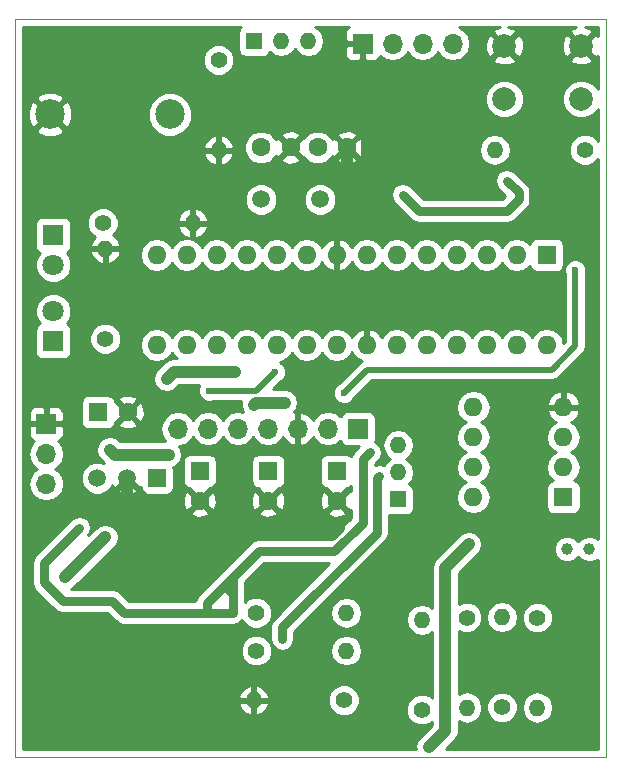
<source format=gbr>
G04 #@! TF.FileFunction,Copper,L2,Bot,Signal*
%FSLAX46Y46*%
G04 Gerber Fmt 4.6, Leading zero omitted, Abs format (unit mm)*
G04 Created by KiCad (PCBNEW 4.0.4-stable) date 09/13/19 14:49:35*
%MOMM*%
%LPD*%
G01*
G04 APERTURE LIST*
%ADD10C,0.150000*%
%ADD11C,0.100000*%
%ADD12C,1.520000*%
%ADD13R,1.520000X1.520000*%
%ADD14R,1.600000X1.600000*%
%ADD15C,1.600000*%
%ADD16R,1.800000X1.800000*%
%ADD17C,1.800000*%
%ADD18O,1.600000X1.600000*%
%ADD19C,1.400000*%
%ADD20O,1.400000X1.400000*%
%ADD21C,2.000000*%
%ADD22C,2.499360*%
%ADD23R,1.400000X1.400000*%
%ADD24R,1.700000X1.700000*%
%ADD25O,1.700000X1.700000*%
%ADD26C,1.500000*%
%ADD27C,1.000000*%
%ADD28C,0.600000*%
%ADD29C,1.000000*%
%ADD30C,0.750000*%
%ADD31C,0.500000*%
%ADD32C,0.254000*%
G04 APERTURE END LIST*
D10*
D11*
X152400000Y-130000000D02*
X152400000Y-67500000D01*
X102400000Y-130000000D02*
X152400000Y-130000000D01*
X102400000Y-67500000D02*
X102400000Y-130000000D01*
X152400000Y-67500000D02*
X102400000Y-67500000D01*
D12*
X111860000Y-106400000D03*
X109320000Y-106400000D03*
D13*
X114400000Y-106400000D03*
D14*
X129600000Y-105800000D03*
D15*
X129600000Y-108300000D03*
D14*
X123800000Y-105800000D03*
D15*
X123800000Y-108300000D03*
D14*
X109400000Y-100800000D03*
D15*
X111900000Y-100800000D03*
D14*
X118000000Y-105800000D03*
D15*
X118000000Y-108300000D03*
D16*
X105600000Y-85800000D03*
D17*
X105600000Y-88340000D03*
D16*
X105600000Y-94800000D03*
D17*
X105600000Y-92260000D03*
D14*
X147400000Y-87500000D03*
D18*
X114380000Y-95120000D03*
X144860000Y-87500000D03*
X116920000Y-95120000D03*
X142320000Y-87500000D03*
X119460000Y-95120000D03*
X139780000Y-87500000D03*
X122000000Y-95120000D03*
X137240000Y-87500000D03*
X124540000Y-95120000D03*
X134700000Y-87500000D03*
X127080000Y-95120000D03*
X132160000Y-87500000D03*
X129620000Y-95120000D03*
X129620000Y-87500000D03*
X132160000Y-95120000D03*
X127080000Y-87500000D03*
X134700000Y-95120000D03*
X124540000Y-87500000D03*
X137240000Y-95120000D03*
X122000000Y-87500000D03*
X139780000Y-95120000D03*
X119460000Y-87500000D03*
X142320000Y-95120000D03*
X116920000Y-87500000D03*
X144860000Y-95120000D03*
X114380000Y-87500000D03*
X147400000Y-95120000D03*
D15*
X128000000Y-78400000D03*
X130500000Y-78400000D03*
X123200000Y-78400000D03*
X125700000Y-78400000D03*
D19*
X109800000Y-84800000D03*
D20*
X117420000Y-84800000D03*
D19*
X110000000Y-94600000D03*
D20*
X110000000Y-86980000D03*
D19*
X119600000Y-71000000D03*
D20*
X119600000Y-78620000D03*
D19*
X130200000Y-125200000D03*
D20*
X122580000Y-125200000D03*
D19*
X122800000Y-121000000D03*
D20*
X130420000Y-121000000D03*
D19*
X122800000Y-117800000D03*
D20*
X130420000Y-117800000D03*
D19*
X136800000Y-126000000D03*
D20*
X136800000Y-118380000D03*
D19*
X140600000Y-118200000D03*
D20*
X140600000Y-125820000D03*
D19*
X146600000Y-118200000D03*
D20*
X146600000Y-125820000D03*
D19*
X143600000Y-125800000D03*
D20*
X143600000Y-118180000D03*
D21*
X143800000Y-74300000D03*
X143800000Y-69800000D03*
X150300000Y-74300000D03*
X150300000Y-69800000D03*
D19*
X150600000Y-78600000D03*
D20*
X142980000Y-78600000D03*
D22*
X105320000Y-75600000D03*
X115480000Y-75600000D03*
D23*
X122600000Y-69400000D03*
D20*
X124900000Y-69400000D03*
X127200000Y-69400000D03*
D14*
X148800000Y-108000000D03*
D18*
X141180000Y-100380000D03*
X148800000Y-105460000D03*
X141180000Y-102920000D03*
X148800000Y-102920000D03*
X141180000Y-105460000D03*
X148800000Y-100380000D03*
X141180000Y-108000000D03*
D24*
X131800000Y-69600000D03*
D25*
X134340000Y-69600000D03*
X136880000Y-69600000D03*
X139420000Y-69600000D03*
D24*
X131400000Y-102200000D03*
D25*
X128860000Y-102200000D03*
X126320000Y-102200000D03*
X123780000Y-102200000D03*
X121240000Y-102200000D03*
X118700000Y-102200000D03*
X116160000Y-102200000D03*
D24*
X105000000Y-101800000D03*
D25*
X105000000Y-104340000D03*
X105000000Y-106880000D03*
D23*
X134800000Y-108200000D03*
D20*
X134800000Y-105900000D03*
X134800000Y-103600000D03*
D26*
X123200000Y-82800000D03*
X128200000Y-82800000D03*
D27*
X151000000Y-112400000D03*
X149100000Y-112400000D03*
D28*
X129400000Y-90200000D03*
X134000000Y-90800000D03*
X112800000Y-116400000D03*
X129600000Y-85400000D03*
X131800000Y-72200000D03*
X117600000Y-77600000D03*
X116200000Y-83200000D03*
X141400000Y-72400000D03*
X130800000Y-76000000D03*
X125800000Y-76000000D03*
X108000000Y-87000000D03*
X106000000Y-79600000D03*
X105000000Y-99200000D03*
X127000000Y-104000000D03*
X129800000Y-110600000D03*
X123800000Y-111200000D03*
X118200000Y-110600000D03*
X135200000Y-82400000D03*
X140800000Y-112000000D03*
X137400000Y-129200000D03*
X106600000Y-114800000D03*
X110000000Y-111400000D03*
X144000000Y-81200000D03*
X125200000Y-100000000D03*
X122600000Y-100200000D03*
X121000000Y-97400000D03*
X115200000Y-98000000D03*
X115400000Y-104400000D03*
X110400000Y-104000000D03*
X149800000Y-88800000D03*
X130200000Y-99200000D03*
X118800000Y-99000000D03*
X124400000Y-97400000D03*
X125000000Y-120000000D03*
X133200000Y-106200000D03*
X132400000Y-104200000D03*
X120800000Y-117800000D03*
X107800000Y-110600000D03*
D29*
X115000000Y-82000000D02*
X115000000Y-80200000D01*
X115000000Y-80200000D02*
X114800000Y-80400000D01*
X130200000Y-74600000D02*
X130200000Y-74800000D01*
X130200000Y-74800000D02*
X130800000Y-75400000D01*
X129600000Y-90400000D02*
X129400000Y-90200000D01*
X133600000Y-90400000D02*
X129600000Y-90400000D01*
X134000000Y-90800000D02*
X133600000Y-90400000D01*
D30*
X112520000Y-116120000D02*
X112520000Y-111400000D01*
X112800000Y-116400000D02*
X112520000Y-116120000D01*
D29*
X130500000Y-80400000D02*
X131400000Y-80400000D01*
X132200000Y-77400000D02*
X130800000Y-76000000D01*
X132200000Y-79600000D02*
X132200000Y-77400000D01*
X131400000Y-80400000D02*
X132200000Y-79600000D01*
X129600000Y-85400000D02*
X130500000Y-84500000D01*
X130500000Y-84500000D02*
X130500000Y-80400000D01*
X130500000Y-80400000D02*
X130500000Y-78400000D01*
X132000000Y-74200000D02*
X132000000Y-72400000D01*
X132000000Y-72400000D02*
X131800000Y-72200000D01*
X130800000Y-76000000D02*
X130800000Y-75400000D01*
X130800000Y-75400000D02*
X132000000Y-74200000D01*
X132000000Y-74200000D02*
X131600000Y-74600000D01*
X128000000Y-76000000D02*
X128000000Y-74600000D01*
X116200000Y-83200000D02*
X115000000Y-82000000D01*
X115000000Y-82000000D02*
X114400000Y-81400000D01*
X114400000Y-81400000D02*
X113800000Y-81400000D01*
X107800000Y-81400000D02*
X113800000Y-81400000D01*
X139200000Y-74600000D02*
X141400000Y-72400000D01*
X131600000Y-74600000D02*
X139200000Y-74600000D01*
X128000000Y-74600000D02*
X130200000Y-74600000D01*
X130200000Y-74600000D02*
X131600000Y-74600000D01*
X120600000Y-74600000D02*
X128000000Y-74600000D01*
X117600000Y-77600000D02*
X120600000Y-74600000D01*
X113800000Y-81400000D02*
X114800000Y-80400000D01*
X114800000Y-80400000D02*
X117600000Y-77600000D01*
D30*
X125800000Y-76000000D02*
X128000000Y-76000000D01*
X128000000Y-76000000D02*
X130800000Y-76000000D01*
D29*
X107000000Y-98000000D02*
X107000000Y-107400000D01*
X109000000Y-109400000D02*
X111860000Y-109400000D01*
X107000000Y-107400000D02*
X109000000Y-109400000D01*
X108000000Y-87000000D02*
X107800000Y-87000000D01*
X107800000Y-87000000D02*
X108000000Y-87000000D01*
X108000000Y-87000000D02*
X107800000Y-87000000D01*
X107800000Y-81400000D02*
X106000000Y-79600000D01*
X107800000Y-97200000D02*
X107800000Y-87000000D01*
X107800000Y-87000000D02*
X107800000Y-81400000D01*
X107000000Y-98000000D02*
X107800000Y-97200000D01*
X106200000Y-98000000D02*
X107000000Y-98000000D01*
X105000000Y-99200000D02*
X106200000Y-98000000D01*
X127000000Y-111200000D02*
X127000000Y-104400000D01*
X127000000Y-104400000D02*
X127000000Y-104000000D01*
X123800000Y-111200000D02*
X127000000Y-111200000D01*
X127000000Y-111200000D02*
X129200000Y-111200000D01*
X129200000Y-111200000D02*
X129800000Y-110600000D01*
X118200000Y-111200000D02*
X123800000Y-111200000D01*
X111860000Y-106400000D02*
X111860000Y-109400000D01*
X111860000Y-109400000D02*
X111860000Y-110740000D01*
X111860000Y-110740000D02*
X112520000Y-111400000D01*
X112520000Y-111400000D02*
X118000000Y-111400000D01*
X118000000Y-111400000D02*
X118200000Y-111200000D01*
X118200000Y-111200000D02*
X118200000Y-110600000D01*
D30*
X145000000Y-82200000D02*
X145000000Y-82800000D01*
X145000000Y-82800000D02*
X144000000Y-83800000D01*
X144000000Y-83800000D02*
X136600000Y-83800000D01*
X136600000Y-83800000D02*
X135200000Y-82400000D01*
D29*
X140800000Y-112000000D02*
X138800000Y-114000000D01*
X138800000Y-114000000D02*
X138800000Y-127800000D01*
X138800000Y-127800000D02*
X137400000Y-129200000D01*
X110000000Y-111400000D02*
X106600000Y-114800000D01*
D30*
X144000000Y-81200000D02*
X145000000Y-82200000D01*
D29*
X122800000Y-100000000D02*
X125200000Y-100000000D01*
X122600000Y-100200000D02*
X122800000Y-100000000D01*
X115800000Y-97400000D02*
X121000000Y-97400000D01*
X115200000Y-98000000D02*
X115800000Y-97400000D01*
X110800000Y-104400000D02*
X115400000Y-104400000D01*
X110400000Y-104000000D02*
X110800000Y-104400000D01*
D31*
X149800000Y-95200000D02*
X149800000Y-88800000D01*
X147800000Y-97200000D02*
X149800000Y-95200000D01*
X132200000Y-97200000D02*
X147800000Y-97200000D01*
X130200000Y-99200000D02*
X132200000Y-97200000D01*
X122800000Y-99000000D02*
X118800000Y-99000000D01*
X124400000Y-97400000D02*
X122800000Y-99000000D01*
D30*
X125000000Y-119000000D02*
X125000000Y-120000000D01*
X133000000Y-111000000D02*
X125000000Y-119000000D01*
X133000000Y-106400000D02*
X133000000Y-111000000D01*
X133200000Y-106200000D02*
X133000000Y-106400000D01*
D31*
X119900000Y-115700000D02*
X120100000Y-115700000D01*
X120100000Y-115700000D02*
X120800000Y-116400000D01*
D30*
X120800000Y-117800000D02*
X120800000Y-116400000D01*
X120800000Y-116400000D02*
X120800000Y-114800000D01*
X120800000Y-114800000D02*
X121000000Y-114600000D01*
X118600000Y-117800000D02*
X118600000Y-117000000D01*
X118600000Y-117000000D02*
X119900000Y-115700000D01*
X119900000Y-115700000D02*
X121000000Y-114600000D01*
X121000000Y-114600000D02*
X123000000Y-112600000D01*
X123000000Y-112600000D02*
X129400000Y-112600000D01*
X129400000Y-112600000D02*
X131800000Y-110200000D01*
X131800000Y-110200000D02*
X131800000Y-104800000D01*
X131800000Y-104800000D02*
X132400000Y-104200000D01*
X111600000Y-117800000D02*
X118600000Y-117800000D01*
X118600000Y-117800000D02*
X120800000Y-117800000D01*
X110600000Y-116800000D02*
X111600000Y-117800000D01*
X106400000Y-116800000D02*
X110600000Y-116800000D01*
X104800000Y-115200000D02*
X106400000Y-116800000D01*
X104800000Y-113600000D02*
X104800000Y-115200000D01*
X107800000Y-110600000D02*
X104800000Y-113600000D01*
D32*
G36*
X121448559Y-68235910D02*
X121303569Y-68448110D01*
X121252560Y-68700000D01*
X121252560Y-70100000D01*
X121296838Y-70335317D01*
X121435910Y-70551441D01*
X121648110Y-70696431D01*
X121900000Y-70747440D01*
X123300000Y-70747440D01*
X123535317Y-70703162D01*
X123751441Y-70564090D01*
X123896431Y-70351890D01*
X123905434Y-70307434D01*
X123929858Y-70343988D01*
X124362964Y-70633379D01*
X124873846Y-70735000D01*
X124926154Y-70735000D01*
X125437036Y-70633379D01*
X125870142Y-70343988D01*
X126050000Y-70074810D01*
X126229858Y-70343988D01*
X126662964Y-70633379D01*
X127173846Y-70735000D01*
X127226154Y-70735000D01*
X127737036Y-70633379D01*
X128170142Y-70343988D01*
X128459533Y-69910882D01*
X128464532Y-69885750D01*
X130315000Y-69885750D01*
X130315000Y-70576309D01*
X130411673Y-70809698D01*
X130590301Y-70988327D01*
X130823690Y-71085000D01*
X131514250Y-71085000D01*
X131673000Y-70926250D01*
X131673000Y-69727000D01*
X130473750Y-69727000D01*
X130315000Y-69885750D01*
X128464532Y-69885750D01*
X128561154Y-69400000D01*
X128459533Y-68889118D01*
X128170142Y-68456012D01*
X127764542Y-68185000D01*
X130654695Y-68185000D01*
X130590301Y-68211673D01*
X130411673Y-68390302D01*
X130315000Y-68623691D01*
X130315000Y-69314250D01*
X130473750Y-69473000D01*
X131673000Y-69473000D01*
X131673000Y-69453000D01*
X131927000Y-69453000D01*
X131927000Y-69473000D01*
X131947000Y-69473000D01*
X131947000Y-69727000D01*
X131927000Y-69727000D01*
X131927000Y-70926250D01*
X132085750Y-71085000D01*
X132776310Y-71085000D01*
X133009699Y-70988327D01*
X133188327Y-70809698D01*
X133260597Y-70635223D01*
X133289946Y-70679147D01*
X133771715Y-71001054D01*
X134340000Y-71114093D01*
X134908285Y-71001054D01*
X135390054Y-70679147D01*
X135610000Y-70349974D01*
X135829946Y-70679147D01*
X136311715Y-71001054D01*
X136880000Y-71114093D01*
X137448285Y-71001054D01*
X137930054Y-70679147D01*
X138150000Y-70349974D01*
X138369946Y-70679147D01*
X138851715Y-71001054D01*
X139420000Y-71114093D01*
X139988285Y-71001054D01*
X140060903Y-70952532D01*
X142827073Y-70952532D01*
X142925736Y-71219387D01*
X143535461Y-71445908D01*
X144185460Y-71421856D01*
X144674264Y-71219387D01*
X144772927Y-70952532D01*
X149327073Y-70952532D01*
X149425736Y-71219387D01*
X150035461Y-71445908D01*
X150685460Y-71421856D01*
X151174264Y-71219387D01*
X151272927Y-70952532D01*
X150300000Y-69979605D01*
X149327073Y-70952532D01*
X144772927Y-70952532D01*
X143800000Y-69979605D01*
X142827073Y-70952532D01*
X140060903Y-70952532D01*
X140470054Y-70679147D01*
X140791961Y-70197378D01*
X140905000Y-69629093D01*
X140905000Y-69570907D01*
X140897950Y-69535461D01*
X142154092Y-69535461D01*
X142178144Y-70185460D01*
X142380613Y-70674264D01*
X142647468Y-70772927D01*
X143620395Y-69800000D01*
X143979605Y-69800000D01*
X144952532Y-70772927D01*
X145219387Y-70674264D01*
X145445908Y-70064539D01*
X145426331Y-69535461D01*
X148654092Y-69535461D01*
X148678144Y-70185460D01*
X148880613Y-70674264D01*
X149147468Y-70772927D01*
X150120395Y-69800000D01*
X149147468Y-68827073D01*
X148880613Y-68925736D01*
X148654092Y-69535461D01*
X145426331Y-69535461D01*
X145421856Y-69414540D01*
X145219387Y-68925736D01*
X144952532Y-68827073D01*
X143979605Y-69800000D01*
X143620395Y-69800000D01*
X142647468Y-68827073D01*
X142380613Y-68925736D01*
X142154092Y-69535461D01*
X140897950Y-69535461D01*
X140791961Y-69002622D01*
X140470054Y-68520853D01*
X139988285Y-68198946D01*
X139918174Y-68185000D01*
X143397988Y-68185000D01*
X142925736Y-68380613D01*
X142827073Y-68647468D01*
X143800000Y-69620395D01*
X144772927Y-68647468D01*
X144674264Y-68380613D01*
X144147734Y-68185000D01*
X149897988Y-68185000D01*
X149425736Y-68380613D01*
X149327073Y-68647468D01*
X150300000Y-69620395D01*
X151272927Y-68647468D01*
X151174264Y-68380613D01*
X150647734Y-68185000D01*
X151715000Y-68185000D01*
X151715000Y-68924114D01*
X151452532Y-68827073D01*
X150479605Y-69800000D01*
X151452532Y-70772927D01*
X151715000Y-70675886D01*
X151715000Y-73443079D01*
X151686894Y-73375057D01*
X151227363Y-72914722D01*
X150626648Y-72665284D01*
X149976205Y-72664716D01*
X149375057Y-72913106D01*
X148914722Y-73372637D01*
X148665284Y-73973352D01*
X148664716Y-74623795D01*
X148913106Y-75224943D01*
X149372637Y-75685278D01*
X149973352Y-75934716D01*
X150623795Y-75935284D01*
X151224943Y-75686894D01*
X151685278Y-75227363D01*
X151715000Y-75155784D01*
X151715000Y-77827323D01*
X151357204Y-77468902D01*
X150866713Y-77265232D01*
X150335617Y-77264769D01*
X149844771Y-77467582D01*
X149468902Y-77842796D01*
X149265232Y-78333287D01*
X149264769Y-78864383D01*
X149467582Y-79355229D01*
X149842796Y-79731098D01*
X150333287Y-79934768D01*
X150864383Y-79935231D01*
X151355229Y-79732418D01*
X151715000Y-79373274D01*
X151715000Y-111509714D01*
X151643765Y-111438355D01*
X151226756Y-111265197D01*
X150775225Y-111264803D01*
X150357914Y-111437233D01*
X150049743Y-111744867D01*
X149743765Y-111438355D01*
X149326756Y-111265197D01*
X148875225Y-111264803D01*
X148457914Y-111437233D01*
X148138355Y-111756235D01*
X147965197Y-112173244D01*
X147964803Y-112624775D01*
X148137233Y-113042086D01*
X148456235Y-113361645D01*
X148873244Y-113534803D01*
X149324775Y-113535197D01*
X149742086Y-113362767D01*
X150050257Y-113055133D01*
X150356235Y-113361645D01*
X150773244Y-113534803D01*
X151224775Y-113535197D01*
X151642086Y-113362767D01*
X151715000Y-113289980D01*
X151715000Y-129315000D01*
X138890132Y-129315000D01*
X139602566Y-128602566D01*
X139828012Y-128265162D01*
X139848603Y-128234346D01*
X139935000Y-127800000D01*
X139935000Y-126976555D01*
X140089118Y-127079533D01*
X140600000Y-127181154D01*
X141110882Y-127079533D01*
X141543988Y-126790142D01*
X141833379Y-126357036D01*
X141891591Y-126064383D01*
X142264769Y-126064383D01*
X142467582Y-126555229D01*
X142842796Y-126931098D01*
X143333287Y-127134768D01*
X143864383Y-127135231D01*
X144355229Y-126932418D01*
X144731098Y-126557204D01*
X144934768Y-126066713D01*
X144935005Y-125793846D01*
X145265000Y-125793846D01*
X145265000Y-125846154D01*
X145366621Y-126357036D01*
X145656012Y-126790142D01*
X146089118Y-127079533D01*
X146600000Y-127181154D01*
X147110882Y-127079533D01*
X147543988Y-126790142D01*
X147833379Y-126357036D01*
X147935000Y-125846154D01*
X147935000Y-125793846D01*
X147833379Y-125282964D01*
X147543988Y-124849858D01*
X147110882Y-124560467D01*
X146600000Y-124458846D01*
X146089118Y-124560467D01*
X145656012Y-124849858D01*
X145366621Y-125282964D01*
X145265000Y-125793846D01*
X144935005Y-125793846D01*
X144935231Y-125535617D01*
X144732418Y-125044771D01*
X144357204Y-124668902D01*
X143866713Y-124465232D01*
X143335617Y-124464769D01*
X142844771Y-124667582D01*
X142468902Y-125042796D01*
X142265232Y-125533287D01*
X142264769Y-126064383D01*
X141891591Y-126064383D01*
X141935000Y-125846154D01*
X141935000Y-125793846D01*
X141833379Y-125282964D01*
X141543988Y-124849858D01*
X141110882Y-124560467D01*
X140600000Y-124458846D01*
X140089118Y-124560467D01*
X139935000Y-124663445D01*
X139935000Y-119369385D01*
X140333287Y-119534768D01*
X140864383Y-119535231D01*
X141355229Y-119332418D01*
X141731098Y-118957204D01*
X141934768Y-118466713D01*
X141935040Y-118153846D01*
X142265000Y-118153846D01*
X142265000Y-118206154D01*
X142366621Y-118717036D01*
X142656012Y-119150142D01*
X143089118Y-119439533D01*
X143600000Y-119541154D01*
X144110882Y-119439533D01*
X144543988Y-119150142D01*
X144833379Y-118717036D01*
X144883634Y-118464383D01*
X145264769Y-118464383D01*
X145467582Y-118955229D01*
X145842796Y-119331098D01*
X146333287Y-119534768D01*
X146864383Y-119535231D01*
X147355229Y-119332418D01*
X147731098Y-118957204D01*
X147934768Y-118466713D01*
X147935231Y-117935617D01*
X147732418Y-117444771D01*
X147357204Y-117068902D01*
X146866713Y-116865232D01*
X146335617Y-116864769D01*
X145844771Y-117067582D01*
X145468902Y-117442796D01*
X145265232Y-117933287D01*
X145264769Y-118464383D01*
X144883634Y-118464383D01*
X144935000Y-118206154D01*
X144935000Y-118153846D01*
X144833379Y-117642964D01*
X144543988Y-117209858D01*
X144110882Y-116920467D01*
X143600000Y-116818846D01*
X143089118Y-116920467D01*
X142656012Y-117209858D01*
X142366621Y-117642964D01*
X142265000Y-118153846D01*
X141935040Y-118153846D01*
X141935231Y-117935617D01*
X141732418Y-117444771D01*
X141357204Y-117068902D01*
X140866713Y-116865232D01*
X140335617Y-116864769D01*
X139935000Y-117030300D01*
X139935000Y-114470132D01*
X141602566Y-112802566D01*
X141848603Y-112434345D01*
X141935000Y-112000000D01*
X141848603Y-111565655D01*
X141602566Y-111197434D01*
X141234345Y-110951397D01*
X140800000Y-110865000D01*
X140365655Y-110951397D01*
X139997434Y-111197434D01*
X137997434Y-113197434D01*
X137751397Y-113565654D01*
X137665000Y-114000000D01*
X137665000Y-117357080D01*
X137310882Y-117120467D01*
X136800000Y-117018846D01*
X136289118Y-117120467D01*
X135856012Y-117409858D01*
X135566621Y-117842964D01*
X135465000Y-118353846D01*
X135465000Y-118406154D01*
X135566621Y-118917036D01*
X135856012Y-119350142D01*
X136289118Y-119639533D01*
X136800000Y-119741154D01*
X137310882Y-119639533D01*
X137665000Y-119402920D01*
X137665000Y-124976886D01*
X137557204Y-124868902D01*
X137066713Y-124665232D01*
X136535617Y-124664769D01*
X136044771Y-124867582D01*
X135668902Y-125242796D01*
X135465232Y-125733287D01*
X135464769Y-126264383D01*
X135667582Y-126755229D01*
X136042796Y-127131098D01*
X136533287Y-127334768D01*
X137064383Y-127335231D01*
X137555229Y-127132418D01*
X137665000Y-127022838D01*
X137665000Y-127329868D01*
X136597434Y-128397434D01*
X136351397Y-128765655D01*
X136265000Y-129200000D01*
X136287875Y-129315000D01*
X103085000Y-129315000D01*
X103085000Y-125533329D01*
X121287284Y-125533329D01*
X121430203Y-125878396D01*
X121777337Y-126266764D01*
X122246669Y-126492727D01*
X122453000Y-126370206D01*
X122453000Y-125327000D01*
X122707000Y-125327000D01*
X122707000Y-126370206D01*
X122913331Y-126492727D01*
X123382663Y-126266764D01*
X123729797Y-125878396D01*
X123872716Y-125533329D01*
X123831501Y-125464383D01*
X128864769Y-125464383D01*
X129067582Y-125955229D01*
X129442796Y-126331098D01*
X129933287Y-126534768D01*
X130464383Y-126535231D01*
X130955229Y-126332418D01*
X131331098Y-125957204D01*
X131534768Y-125466713D01*
X131535231Y-124935617D01*
X131332418Y-124444771D01*
X130957204Y-124068902D01*
X130466713Y-123865232D01*
X129935617Y-123864769D01*
X129444771Y-124067582D01*
X129068902Y-124442796D01*
X128865232Y-124933287D01*
X128864769Y-125464383D01*
X123831501Y-125464383D01*
X123749374Y-125327000D01*
X122707000Y-125327000D01*
X122453000Y-125327000D01*
X121410626Y-125327000D01*
X121287284Y-125533329D01*
X103085000Y-125533329D01*
X103085000Y-124866671D01*
X121287284Y-124866671D01*
X121410626Y-125073000D01*
X122453000Y-125073000D01*
X122453000Y-124029794D01*
X122707000Y-124029794D01*
X122707000Y-125073000D01*
X123749374Y-125073000D01*
X123872716Y-124866671D01*
X123729797Y-124521604D01*
X123382663Y-124133236D01*
X122913331Y-123907273D01*
X122707000Y-124029794D01*
X122453000Y-124029794D01*
X122246669Y-123907273D01*
X121777337Y-124133236D01*
X121430203Y-124521604D01*
X121287284Y-124866671D01*
X103085000Y-124866671D01*
X103085000Y-121264383D01*
X121464769Y-121264383D01*
X121667582Y-121755229D01*
X122042796Y-122131098D01*
X122533287Y-122334768D01*
X123064383Y-122335231D01*
X123555229Y-122132418D01*
X123931098Y-121757204D01*
X124134768Y-121266713D01*
X124135231Y-120735617D01*
X123932418Y-120244771D01*
X123557204Y-119868902D01*
X123066713Y-119665232D01*
X122535617Y-119664769D01*
X122044771Y-119867582D01*
X121668902Y-120242796D01*
X121465232Y-120733287D01*
X121464769Y-121264383D01*
X103085000Y-121264383D01*
X103085000Y-113600000D01*
X103790000Y-113600000D01*
X103790000Y-115200000D01*
X103866882Y-115586510D01*
X104085822Y-115914178D01*
X105685822Y-117514178D01*
X106013490Y-117733118D01*
X106400000Y-117810000D01*
X110181644Y-117810000D01*
X110885822Y-118514178D01*
X111213490Y-118733118D01*
X111600000Y-118810001D01*
X111600005Y-118810000D01*
X120800000Y-118810000D01*
X121186510Y-118733118D01*
X121514178Y-118514178D01*
X121598486Y-118388002D01*
X121667582Y-118555229D01*
X122042796Y-118931098D01*
X122533287Y-119134768D01*
X123064383Y-119135231D01*
X123555229Y-118932418D01*
X123931098Y-118557204D01*
X124134768Y-118066713D01*
X124135231Y-117535617D01*
X123932418Y-117044771D01*
X123557204Y-116668902D01*
X123066713Y-116465232D01*
X122535617Y-116464769D01*
X122044771Y-116667582D01*
X121810000Y-116901944D01*
X121810000Y-115218356D01*
X123418356Y-113610000D01*
X128961645Y-113610000D01*
X124285822Y-118285822D01*
X124066882Y-118613490D01*
X123990000Y-119000000D01*
X123990000Y-120000000D01*
X124066882Y-120386510D01*
X124285822Y-120714178D01*
X124613490Y-120933118D01*
X125000000Y-121010000D01*
X125050273Y-121000000D01*
X129058846Y-121000000D01*
X129160467Y-121510882D01*
X129449858Y-121943988D01*
X129882964Y-122233379D01*
X130393846Y-122335000D01*
X130446154Y-122335000D01*
X130957036Y-122233379D01*
X131390142Y-121943988D01*
X131679533Y-121510882D01*
X131781154Y-121000000D01*
X131679533Y-120489118D01*
X131390142Y-120056012D01*
X130957036Y-119766621D01*
X130446154Y-119665000D01*
X130393846Y-119665000D01*
X129882964Y-119766621D01*
X129449858Y-120056012D01*
X129160467Y-120489118D01*
X129058846Y-121000000D01*
X125050273Y-121000000D01*
X125386510Y-120933118D01*
X125714178Y-120714178D01*
X125933118Y-120386510D01*
X126010000Y-120000000D01*
X126010000Y-119418356D01*
X127628355Y-117800000D01*
X129058846Y-117800000D01*
X129160467Y-118310882D01*
X129449858Y-118743988D01*
X129882964Y-119033379D01*
X130393846Y-119135000D01*
X130446154Y-119135000D01*
X130957036Y-119033379D01*
X131390142Y-118743988D01*
X131679533Y-118310882D01*
X131781154Y-117800000D01*
X131679533Y-117289118D01*
X131390142Y-116856012D01*
X130957036Y-116566621D01*
X130446154Y-116465000D01*
X130393846Y-116465000D01*
X129882964Y-116566621D01*
X129449858Y-116856012D01*
X129160467Y-117289118D01*
X129058846Y-117800000D01*
X127628355Y-117800000D01*
X133714175Y-111714180D01*
X133714178Y-111714178D01*
X133876626Y-111471057D01*
X133933118Y-111386511D01*
X134010000Y-111000000D01*
X134010000Y-109529215D01*
X134100000Y-109547440D01*
X135500000Y-109547440D01*
X135735317Y-109503162D01*
X135951441Y-109364090D01*
X136096431Y-109151890D01*
X136147440Y-108900000D01*
X136147440Y-107500000D01*
X136103162Y-107264683D01*
X135964090Y-107048559D01*
X135751890Y-106903569D01*
X135707434Y-106894566D01*
X135743988Y-106870142D01*
X136033379Y-106437036D01*
X136135000Y-105926154D01*
X136135000Y-105873846D01*
X136033379Y-105362964D01*
X135743988Y-104929858D01*
X135474810Y-104750000D01*
X135743988Y-104570142D01*
X136033379Y-104137036D01*
X136135000Y-103626154D01*
X136135000Y-103573846D01*
X136033379Y-103062964D01*
X135743988Y-102629858D01*
X135310882Y-102340467D01*
X134800000Y-102238846D01*
X134289118Y-102340467D01*
X133856012Y-102629858D01*
X133566621Y-103062964D01*
X133465000Y-103573846D01*
X133465000Y-103626154D01*
X133566621Y-104137036D01*
X133856012Y-104570142D01*
X134125190Y-104750000D01*
X133856012Y-104929858D01*
X133617144Y-105287351D01*
X133586510Y-105266882D01*
X133200000Y-105190000D01*
X132813490Y-105266882D01*
X132810000Y-105269214D01*
X132810000Y-105218356D01*
X133114178Y-104914178D01*
X133333118Y-104586510D01*
X133410000Y-104200000D01*
X133333118Y-103813490D01*
X133114178Y-103485822D01*
X132844072Y-103305343D01*
X132846431Y-103301890D01*
X132897440Y-103050000D01*
X132897440Y-101350000D01*
X132853162Y-101114683D01*
X132714090Y-100898559D01*
X132501890Y-100753569D01*
X132250000Y-100702560D01*
X130550000Y-100702560D01*
X130314683Y-100746838D01*
X130098559Y-100885910D01*
X129953569Y-101098110D01*
X129939914Y-101165541D01*
X129910054Y-101120853D01*
X129428285Y-100798946D01*
X128860000Y-100685907D01*
X128291715Y-100798946D01*
X127809946Y-101120853D01*
X127582298Y-101461553D01*
X127515183Y-101318642D01*
X127086924Y-100928355D01*
X126676890Y-100758524D01*
X126447000Y-100879845D01*
X126447000Y-102073000D01*
X126467000Y-102073000D01*
X126467000Y-102327000D01*
X126447000Y-102327000D01*
X126447000Y-103520155D01*
X126676890Y-103641476D01*
X127086924Y-103471645D01*
X127515183Y-103081358D01*
X127582298Y-102938447D01*
X127809946Y-103279147D01*
X128291715Y-103601054D01*
X128860000Y-103714093D01*
X129428285Y-103601054D01*
X129910054Y-103279147D01*
X129937850Y-103237548D01*
X129946838Y-103285317D01*
X130085910Y-103501441D01*
X130298110Y-103646431D01*
X130550000Y-103697440D01*
X131474204Y-103697440D01*
X131085822Y-104085822D01*
X130866882Y-104413490D01*
X130842896Y-104534077D01*
X130651890Y-104403569D01*
X130400000Y-104352560D01*
X128800000Y-104352560D01*
X128564683Y-104396838D01*
X128348559Y-104535910D01*
X128203569Y-104748110D01*
X128152560Y-105000000D01*
X128152560Y-106600000D01*
X128196838Y-106835317D01*
X128335910Y-107051441D01*
X128548110Y-107196431D01*
X128786201Y-107244646D01*
X128771861Y-107292255D01*
X129600000Y-108120395D01*
X130428139Y-107292255D01*
X130413855Y-107244833D01*
X130635317Y-107203162D01*
X130790000Y-107103626D01*
X130790000Y-107526758D01*
X130607745Y-107471861D01*
X129779605Y-108300000D01*
X130607745Y-109128139D01*
X130790000Y-109073242D01*
X130790000Y-109781644D01*
X128981644Y-111590000D01*
X123000000Y-111590000D01*
X122613490Y-111666882D01*
X122285822Y-111885822D01*
X117885822Y-116285822D01*
X117666882Y-116613490D01*
X117631772Y-116790000D01*
X112018356Y-116790000D01*
X111314178Y-116085822D01*
X110986510Y-115866882D01*
X110600000Y-115790000D01*
X107122051Y-115790000D01*
X107402566Y-115602566D01*
X110802566Y-112202566D01*
X111048603Y-111834345D01*
X111135000Y-111400000D01*
X111048603Y-110965655D01*
X110802566Y-110597434D01*
X110434345Y-110351397D01*
X110000000Y-110265000D01*
X109565655Y-110351397D01*
X109197434Y-110597434D01*
X108581611Y-111213257D01*
X108733118Y-110986510D01*
X108810000Y-110600000D01*
X108733118Y-110213490D01*
X108514178Y-109885822D01*
X108186510Y-109666882D01*
X107800000Y-109590000D01*
X107413490Y-109666882D01*
X107085822Y-109885822D01*
X104085822Y-112885822D01*
X103866882Y-113213490D01*
X103790000Y-113600000D01*
X103085000Y-113600000D01*
X103085000Y-109307745D01*
X117171861Y-109307745D01*
X117245995Y-109553864D01*
X117783223Y-109746965D01*
X118353454Y-109719778D01*
X118754005Y-109553864D01*
X118828139Y-109307745D01*
X122971861Y-109307745D01*
X123045995Y-109553864D01*
X123583223Y-109746965D01*
X124153454Y-109719778D01*
X124554005Y-109553864D01*
X124628139Y-109307745D01*
X128771861Y-109307745D01*
X128845995Y-109553864D01*
X129383223Y-109746965D01*
X129953454Y-109719778D01*
X130354005Y-109553864D01*
X130428139Y-109307745D01*
X129600000Y-108479605D01*
X128771861Y-109307745D01*
X124628139Y-109307745D01*
X123800000Y-108479605D01*
X122971861Y-109307745D01*
X118828139Y-109307745D01*
X118000000Y-108479605D01*
X117171861Y-109307745D01*
X103085000Y-109307745D01*
X103085000Y-104340000D01*
X103485907Y-104340000D01*
X103598946Y-104908285D01*
X103920853Y-105390054D01*
X104250026Y-105610000D01*
X103920853Y-105829946D01*
X103598946Y-106311715D01*
X103485907Y-106880000D01*
X103598946Y-107448285D01*
X103920853Y-107930054D01*
X104402622Y-108251961D01*
X104970907Y-108365000D01*
X105029093Y-108365000D01*
X105597378Y-108251961D01*
X105849912Y-108083223D01*
X116553035Y-108083223D01*
X116580222Y-108653454D01*
X116746136Y-109054005D01*
X116992255Y-109128139D01*
X117820395Y-108300000D01*
X118179605Y-108300000D01*
X119007745Y-109128139D01*
X119253864Y-109054005D01*
X119446965Y-108516777D01*
X119426295Y-108083223D01*
X122353035Y-108083223D01*
X122380222Y-108653454D01*
X122546136Y-109054005D01*
X122792255Y-109128139D01*
X123620395Y-108300000D01*
X123979605Y-108300000D01*
X124807745Y-109128139D01*
X125053864Y-109054005D01*
X125246965Y-108516777D01*
X125226295Y-108083223D01*
X128153035Y-108083223D01*
X128180222Y-108653454D01*
X128346136Y-109054005D01*
X128592255Y-109128139D01*
X129420395Y-108300000D01*
X128592255Y-107471861D01*
X128346136Y-107545995D01*
X128153035Y-108083223D01*
X125226295Y-108083223D01*
X125219778Y-107946546D01*
X125053864Y-107545995D01*
X124807745Y-107471861D01*
X123979605Y-108300000D01*
X123620395Y-108300000D01*
X122792255Y-107471861D01*
X122546136Y-107545995D01*
X122353035Y-108083223D01*
X119426295Y-108083223D01*
X119419778Y-107946546D01*
X119253864Y-107545995D01*
X119007745Y-107471861D01*
X118179605Y-108300000D01*
X117820395Y-108300000D01*
X116992255Y-107471861D01*
X116746136Y-107545995D01*
X116553035Y-108083223D01*
X105849912Y-108083223D01*
X106079147Y-107930054D01*
X106401054Y-107448285D01*
X106514093Y-106880000D01*
X106473568Y-106676265D01*
X107924758Y-106676265D01*
X108136687Y-107189172D01*
X108528764Y-107581934D01*
X109041300Y-107794758D01*
X109596265Y-107795242D01*
X110109172Y-107583313D01*
X110314078Y-107378764D01*
X111060841Y-107378764D01*
X111130059Y-107620742D01*
X111652780Y-107807155D01*
X112207049Y-107779341D01*
X112589941Y-107620742D01*
X112659159Y-107378764D01*
X111860000Y-106579605D01*
X111060841Y-107378764D01*
X110314078Y-107378764D01*
X110501934Y-107191236D01*
X110583391Y-106995066D01*
X110639258Y-107129941D01*
X110881236Y-107199159D01*
X111680395Y-106400000D01*
X111666253Y-106385858D01*
X111845858Y-106206253D01*
X111860000Y-106220395D01*
X111874143Y-106206253D01*
X112053748Y-106385858D01*
X112039605Y-106400000D01*
X112838764Y-107199159D01*
X112992560Y-107155166D01*
X112992560Y-107160000D01*
X113036838Y-107395317D01*
X113175910Y-107611441D01*
X113388110Y-107756431D01*
X113640000Y-107807440D01*
X115160000Y-107807440D01*
X115395317Y-107763162D01*
X115611441Y-107624090D01*
X115756431Y-107411890D01*
X115807440Y-107160000D01*
X115807440Y-105640000D01*
X115773696Y-105460667D01*
X115834346Y-105448603D01*
X116202566Y-105202566D01*
X116337916Y-105000000D01*
X116552560Y-105000000D01*
X116552560Y-106600000D01*
X116596838Y-106835317D01*
X116735910Y-107051441D01*
X116948110Y-107196431D01*
X117186201Y-107244646D01*
X117171861Y-107292255D01*
X118000000Y-108120395D01*
X118828139Y-107292255D01*
X118813855Y-107244833D01*
X119035317Y-107203162D01*
X119251441Y-107064090D01*
X119396431Y-106851890D01*
X119447440Y-106600000D01*
X119447440Y-105000000D01*
X122352560Y-105000000D01*
X122352560Y-106600000D01*
X122396838Y-106835317D01*
X122535910Y-107051441D01*
X122748110Y-107196431D01*
X122986201Y-107244646D01*
X122971861Y-107292255D01*
X123800000Y-108120395D01*
X124628139Y-107292255D01*
X124613855Y-107244833D01*
X124835317Y-107203162D01*
X125051441Y-107064090D01*
X125196431Y-106851890D01*
X125247440Y-106600000D01*
X125247440Y-105000000D01*
X125203162Y-104764683D01*
X125064090Y-104548559D01*
X124851890Y-104403569D01*
X124600000Y-104352560D01*
X123000000Y-104352560D01*
X122764683Y-104396838D01*
X122548559Y-104535910D01*
X122403569Y-104748110D01*
X122352560Y-105000000D01*
X119447440Y-105000000D01*
X119403162Y-104764683D01*
X119264090Y-104548559D01*
X119051890Y-104403569D01*
X118800000Y-104352560D01*
X117200000Y-104352560D01*
X116964683Y-104396838D01*
X116748559Y-104535910D01*
X116603569Y-104748110D01*
X116552560Y-105000000D01*
X116337916Y-105000000D01*
X116448603Y-104834346D01*
X116535000Y-104400000D01*
X116448603Y-103965654D01*
X116266377Y-103692933D01*
X116728285Y-103601054D01*
X117210054Y-103279147D01*
X117430000Y-102949974D01*
X117649946Y-103279147D01*
X118131715Y-103601054D01*
X118700000Y-103714093D01*
X119268285Y-103601054D01*
X119750054Y-103279147D01*
X119970000Y-102949974D01*
X120189946Y-103279147D01*
X120671715Y-103601054D01*
X121240000Y-103714093D01*
X121808285Y-103601054D01*
X122290054Y-103279147D01*
X122510000Y-102949974D01*
X122729946Y-103279147D01*
X123211715Y-103601054D01*
X123780000Y-103714093D01*
X124348285Y-103601054D01*
X124830054Y-103279147D01*
X125057702Y-102938447D01*
X125124817Y-103081358D01*
X125553076Y-103471645D01*
X125963110Y-103641476D01*
X126193000Y-103520155D01*
X126193000Y-102327000D01*
X126173000Y-102327000D01*
X126173000Y-102073000D01*
X126193000Y-102073000D01*
X126193000Y-100879845D01*
X126014036Y-100785400D01*
X126248603Y-100434346D01*
X126259413Y-100380000D01*
X139716887Y-100380000D01*
X139826120Y-100929151D01*
X140137189Y-101394698D01*
X140519275Y-101650000D01*
X140137189Y-101905302D01*
X139826120Y-102370849D01*
X139716887Y-102920000D01*
X139826120Y-103469151D01*
X140137189Y-103934698D01*
X140519275Y-104190000D01*
X140137189Y-104445302D01*
X139826120Y-104910849D01*
X139716887Y-105460000D01*
X139826120Y-106009151D01*
X140137189Y-106474698D01*
X140519275Y-106730000D01*
X140137189Y-106985302D01*
X139826120Y-107450849D01*
X139716887Y-108000000D01*
X139826120Y-108549151D01*
X140137189Y-109014698D01*
X140602736Y-109325767D01*
X141151887Y-109435000D01*
X141208113Y-109435000D01*
X141757264Y-109325767D01*
X142222811Y-109014698D01*
X142533880Y-108549151D01*
X142643113Y-108000000D01*
X142533880Y-107450849D01*
X142222811Y-106985302D01*
X141840725Y-106730000D01*
X142222811Y-106474698D01*
X142533880Y-106009151D01*
X142643113Y-105460000D01*
X142533880Y-104910849D01*
X142222811Y-104445302D01*
X141840725Y-104190000D01*
X142222811Y-103934698D01*
X142533880Y-103469151D01*
X142643113Y-102920000D01*
X147336887Y-102920000D01*
X147446120Y-103469151D01*
X147757189Y-103934698D01*
X148139275Y-104190000D01*
X147757189Y-104445302D01*
X147446120Y-104910849D01*
X147336887Y-105460000D01*
X147446120Y-106009151D01*
X147757189Y-106474698D01*
X147901465Y-106571101D01*
X147764683Y-106596838D01*
X147548559Y-106735910D01*
X147403569Y-106948110D01*
X147352560Y-107200000D01*
X147352560Y-108800000D01*
X147396838Y-109035317D01*
X147535910Y-109251441D01*
X147748110Y-109396431D01*
X148000000Y-109447440D01*
X149600000Y-109447440D01*
X149835317Y-109403162D01*
X150051441Y-109264090D01*
X150196431Y-109051890D01*
X150247440Y-108800000D01*
X150247440Y-107200000D01*
X150203162Y-106964683D01*
X150064090Y-106748559D01*
X149851890Y-106603569D01*
X149696911Y-106572185D01*
X149842811Y-106474698D01*
X150153880Y-106009151D01*
X150263113Y-105460000D01*
X150153880Y-104910849D01*
X149842811Y-104445302D01*
X149460725Y-104190000D01*
X149842811Y-103934698D01*
X150153880Y-103469151D01*
X150263113Y-102920000D01*
X150153880Y-102370849D01*
X149842811Y-101905302D01*
X149438297Y-101635014D01*
X149655134Y-101532389D01*
X150031041Y-101117423D01*
X150191904Y-100729039D01*
X150069915Y-100507000D01*
X148927000Y-100507000D01*
X148927000Y-100527000D01*
X148673000Y-100527000D01*
X148673000Y-100507000D01*
X147530085Y-100507000D01*
X147408096Y-100729039D01*
X147568959Y-101117423D01*
X147944866Y-101532389D01*
X148161703Y-101635014D01*
X147757189Y-101905302D01*
X147446120Y-102370849D01*
X147336887Y-102920000D01*
X142643113Y-102920000D01*
X142533880Y-102370849D01*
X142222811Y-101905302D01*
X141840725Y-101650000D01*
X142222811Y-101394698D01*
X142533880Y-100929151D01*
X142643113Y-100380000D01*
X142573685Y-100030961D01*
X147408096Y-100030961D01*
X147530085Y-100253000D01*
X148673000Y-100253000D01*
X148673000Y-99109371D01*
X148927000Y-99109371D01*
X148927000Y-100253000D01*
X150069915Y-100253000D01*
X150191904Y-100030961D01*
X150031041Y-99642577D01*
X149655134Y-99227611D01*
X149149041Y-98988086D01*
X148927000Y-99109371D01*
X148673000Y-99109371D01*
X148450959Y-98988086D01*
X147944866Y-99227611D01*
X147568959Y-99642577D01*
X147408096Y-100030961D01*
X142573685Y-100030961D01*
X142533880Y-99830849D01*
X142222811Y-99365302D01*
X141757264Y-99054233D01*
X141208113Y-98945000D01*
X141151887Y-98945000D01*
X140602736Y-99054233D01*
X140137189Y-99365302D01*
X139826120Y-99830849D01*
X139716887Y-100380000D01*
X126259413Y-100380000D01*
X126335000Y-100000000D01*
X126248603Y-99565654D01*
X126002566Y-99197434D01*
X125634346Y-98951397D01*
X125200000Y-98865000D01*
X124186580Y-98865000D01*
X124808834Y-98242745D01*
X124928943Y-98193117D01*
X125192192Y-97930327D01*
X125334838Y-97586799D01*
X125335162Y-97214833D01*
X125193117Y-96871057D01*
X124930327Y-96607808D01*
X124763697Y-96538617D01*
X125089151Y-96473880D01*
X125554698Y-96162811D01*
X125810000Y-95780725D01*
X126065302Y-96162811D01*
X126530849Y-96473880D01*
X127080000Y-96583113D01*
X127629151Y-96473880D01*
X128094698Y-96162811D01*
X128350000Y-95780725D01*
X128605302Y-96162811D01*
X129070849Y-96473880D01*
X129620000Y-96583113D01*
X130169151Y-96473880D01*
X130634698Y-96162811D01*
X130904986Y-95758297D01*
X131007611Y-95975134D01*
X131422577Y-96351041D01*
X131722372Y-96475212D01*
X131574210Y-96574210D01*
X131574208Y-96574213D01*
X129791164Y-98357256D01*
X129671057Y-98406883D01*
X129407808Y-98669673D01*
X129265162Y-99013201D01*
X129264838Y-99385167D01*
X129406883Y-99728943D01*
X129669673Y-99992192D01*
X130013201Y-100134838D01*
X130385167Y-100135162D01*
X130728943Y-99993117D01*
X130992192Y-99730327D01*
X131042566Y-99609014D01*
X132566579Y-98085000D01*
X147799995Y-98085000D01*
X147800000Y-98085001D01*
X148097672Y-98025789D01*
X148138675Y-98017633D01*
X148425790Y-97825790D01*
X150425787Y-95825792D01*
X150425790Y-95825790D01*
X150617633Y-95538675D01*
X150631484Y-95469041D01*
X150685001Y-95200000D01*
X150685000Y-95199995D01*
X150685000Y-89106822D01*
X150734838Y-88986799D01*
X150735162Y-88614833D01*
X150593117Y-88271057D01*
X150330327Y-88007808D01*
X149986799Y-87865162D01*
X149614833Y-87864838D01*
X149271057Y-88006883D01*
X149007808Y-88269673D01*
X148865162Y-88613201D01*
X148864838Y-88985167D01*
X148915000Y-89106569D01*
X148915000Y-94833421D01*
X148805391Y-94943030D01*
X148725767Y-94542736D01*
X148414698Y-94077189D01*
X147949151Y-93766120D01*
X147400000Y-93656887D01*
X146850849Y-93766120D01*
X146385302Y-94077189D01*
X146130000Y-94459275D01*
X145874698Y-94077189D01*
X145409151Y-93766120D01*
X144860000Y-93656887D01*
X144310849Y-93766120D01*
X143845302Y-94077189D01*
X143590000Y-94459275D01*
X143334698Y-94077189D01*
X142869151Y-93766120D01*
X142320000Y-93656887D01*
X141770849Y-93766120D01*
X141305302Y-94077189D01*
X141050000Y-94459275D01*
X140794698Y-94077189D01*
X140329151Y-93766120D01*
X139780000Y-93656887D01*
X139230849Y-93766120D01*
X138765302Y-94077189D01*
X138510000Y-94459275D01*
X138254698Y-94077189D01*
X137789151Y-93766120D01*
X137240000Y-93656887D01*
X136690849Y-93766120D01*
X136225302Y-94077189D01*
X135970000Y-94459275D01*
X135714698Y-94077189D01*
X135249151Y-93766120D01*
X134700000Y-93656887D01*
X134150849Y-93766120D01*
X133685302Y-94077189D01*
X133415014Y-94481703D01*
X133312389Y-94264866D01*
X132897423Y-93888959D01*
X132509039Y-93728096D01*
X132287000Y-93850085D01*
X132287000Y-94993000D01*
X132307000Y-94993000D01*
X132307000Y-95247000D01*
X132287000Y-95247000D01*
X132287000Y-95267000D01*
X132033000Y-95267000D01*
X132033000Y-95247000D01*
X132013000Y-95247000D01*
X132013000Y-94993000D01*
X132033000Y-94993000D01*
X132033000Y-93850085D01*
X131810961Y-93728096D01*
X131422577Y-93888959D01*
X131007611Y-94264866D01*
X130904986Y-94481703D01*
X130634698Y-94077189D01*
X130169151Y-93766120D01*
X129620000Y-93656887D01*
X129070849Y-93766120D01*
X128605302Y-94077189D01*
X128350000Y-94459275D01*
X128094698Y-94077189D01*
X127629151Y-93766120D01*
X127080000Y-93656887D01*
X126530849Y-93766120D01*
X126065302Y-94077189D01*
X125810000Y-94459275D01*
X125554698Y-94077189D01*
X125089151Y-93766120D01*
X124540000Y-93656887D01*
X123990849Y-93766120D01*
X123525302Y-94077189D01*
X123270000Y-94459275D01*
X123014698Y-94077189D01*
X122549151Y-93766120D01*
X122000000Y-93656887D01*
X121450849Y-93766120D01*
X120985302Y-94077189D01*
X120730000Y-94459275D01*
X120474698Y-94077189D01*
X120009151Y-93766120D01*
X119460000Y-93656887D01*
X118910849Y-93766120D01*
X118445302Y-94077189D01*
X118190000Y-94459275D01*
X117934698Y-94077189D01*
X117469151Y-93766120D01*
X116920000Y-93656887D01*
X116370849Y-93766120D01*
X115905302Y-94077189D01*
X115650000Y-94459275D01*
X115394698Y-94077189D01*
X114929151Y-93766120D01*
X114380000Y-93656887D01*
X113830849Y-93766120D01*
X113365302Y-94077189D01*
X113054233Y-94542736D01*
X112945000Y-95091887D01*
X112945000Y-95148113D01*
X113054233Y-95697264D01*
X113365302Y-96162811D01*
X113830849Y-96473880D01*
X114380000Y-96583113D01*
X114929151Y-96473880D01*
X115394698Y-96162811D01*
X115650000Y-95780725D01*
X115905302Y-96162811D01*
X116058238Y-96265000D01*
X115800000Y-96265000D01*
X115365654Y-96351397D01*
X115125439Y-96511904D01*
X114997434Y-96597434D01*
X114397434Y-97197434D01*
X114151397Y-97565655D01*
X114065000Y-98000000D01*
X114151397Y-98434345D01*
X114397434Y-98802566D01*
X114765655Y-99048603D01*
X115200000Y-99135000D01*
X115634345Y-99048603D01*
X116002566Y-98802566D01*
X116270132Y-98535000D01*
X117980682Y-98535000D01*
X117865162Y-98813201D01*
X117864838Y-99185167D01*
X118006883Y-99528943D01*
X118269673Y-99792192D01*
X118613201Y-99934838D01*
X118985167Y-99935162D01*
X119106569Y-99885000D01*
X121527658Y-99885000D01*
X121465000Y-100200000D01*
X121551397Y-100634345D01*
X121638862Y-100765246D01*
X121240000Y-100685907D01*
X120671715Y-100798946D01*
X120189946Y-101120853D01*
X119970000Y-101450026D01*
X119750054Y-101120853D01*
X119268285Y-100798946D01*
X118700000Y-100685907D01*
X118131715Y-100798946D01*
X117649946Y-101120853D01*
X117430000Y-101450026D01*
X117210054Y-101120853D01*
X116728285Y-100798946D01*
X116160000Y-100685907D01*
X115591715Y-100798946D01*
X115109946Y-101120853D01*
X114788039Y-101602622D01*
X114675000Y-102170907D01*
X114675000Y-102229093D01*
X114788039Y-102797378D01*
X115100493Y-103265000D01*
X111270132Y-103265000D01*
X111202566Y-103197434D01*
X110834345Y-102951397D01*
X110400000Y-102865000D01*
X109965655Y-102951397D01*
X109597434Y-103197434D01*
X109351397Y-103565655D01*
X109265000Y-104000000D01*
X109351397Y-104434345D01*
X109597434Y-104802566D01*
X109943130Y-105148262D01*
X109598700Y-105005242D01*
X109043735Y-105004758D01*
X108530828Y-105216687D01*
X108138066Y-105608764D01*
X107925242Y-106121300D01*
X107924758Y-106676265D01*
X106473568Y-106676265D01*
X106401054Y-106311715D01*
X106079147Y-105829946D01*
X105749974Y-105610000D01*
X106079147Y-105390054D01*
X106401054Y-104908285D01*
X106514093Y-104340000D01*
X106401054Y-103771715D01*
X106079147Y-103289946D01*
X106035223Y-103260597D01*
X106209698Y-103188327D01*
X106388327Y-103009699D01*
X106485000Y-102776310D01*
X106485000Y-102085750D01*
X106326250Y-101927000D01*
X105127000Y-101927000D01*
X105127000Y-101947000D01*
X104873000Y-101947000D01*
X104873000Y-101927000D01*
X103673750Y-101927000D01*
X103515000Y-102085750D01*
X103515000Y-102776310D01*
X103611673Y-103009699D01*
X103790302Y-103188327D01*
X103964777Y-103260597D01*
X103920853Y-103289946D01*
X103598946Y-103771715D01*
X103485907Y-104340000D01*
X103085000Y-104340000D01*
X103085000Y-100823690D01*
X103515000Y-100823690D01*
X103515000Y-101514250D01*
X103673750Y-101673000D01*
X104873000Y-101673000D01*
X104873000Y-100473750D01*
X105127000Y-100473750D01*
X105127000Y-101673000D01*
X106326250Y-101673000D01*
X106485000Y-101514250D01*
X106485000Y-100823690D01*
X106388327Y-100590301D01*
X106209698Y-100411673D01*
X105976309Y-100315000D01*
X105285750Y-100315000D01*
X105127000Y-100473750D01*
X104873000Y-100473750D01*
X104714250Y-100315000D01*
X104023691Y-100315000D01*
X103790302Y-100411673D01*
X103611673Y-100590301D01*
X103515000Y-100823690D01*
X103085000Y-100823690D01*
X103085000Y-100000000D01*
X107952560Y-100000000D01*
X107952560Y-101600000D01*
X107996838Y-101835317D01*
X108135910Y-102051441D01*
X108348110Y-102196431D01*
X108600000Y-102247440D01*
X110200000Y-102247440D01*
X110435317Y-102203162D01*
X110651441Y-102064090D01*
X110796431Y-101851890D01*
X110805370Y-101807745D01*
X111071861Y-101807745D01*
X111145995Y-102053864D01*
X111683223Y-102246965D01*
X112253454Y-102219778D01*
X112654005Y-102053864D01*
X112728139Y-101807745D01*
X111900000Y-100979605D01*
X111071861Y-101807745D01*
X110805370Y-101807745D01*
X110844646Y-101613799D01*
X110892255Y-101628139D01*
X111720395Y-100800000D01*
X112079605Y-100800000D01*
X112907745Y-101628139D01*
X113153864Y-101554005D01*
X113346965Y-101016777D01*
X113319778Y-100446546D01*
X113153864Y-100045995D01*
X112907745Y-99971861D01*
X112079605Y-100800000D01*
X111720395Y-100800000D01*
X110892255Y-99971861D01*
X110844833Y-99986145D01*
X110808351Y-99792255D01*
X111071861Y-99792255D01*
X111900000Y-100620395D01*
X112728139Y-99792255D01*
X112654005Y-99546136D01*
X112116777Y-99353035D01*
X111546546Y-99380222D01*
X111145995Y-99546136D01*
X111071861Y-99792255D01*
X110808351Y-99792255D01*
X110803162Y-99764683D01*
X110664090Y-99548559D01*
X110451890Y-99403569D01*
X110200000Y-99352560D01*
X108600000Y-99352560D01*
X108364683Y-99396838D01*
X108148559Y-99535910D01*
X108003569Y-99748110D01*
X107952560Y-100000000D01*
X103085000Y-100000000D01*
X103085000Y-93900000D01*
X104052560Y-93900000D01*
X104052560Y-95700000D01*
X104096838Y-95935317D01*
X104235910Y-96151441D01*
X104448110Y-96296431D01*
X104700000Y-96347440D01*
X106500000Y-96347440D01*
X106735317Y-96303162D01*
X106951441Y-96164090D01*
X107096431Y-95951890D01*
X107147440Y-95700000D01*
X107147440Y-94864383D01*
X108664769Y-94864383D01*
X108867582Y-95355229D01*
X109242796Y-95731098D01*
X109733287Y-95934768D01*
X110264383Y-95935231D01*
X110755229Y-95732418D01*
X111131098Y-95357204D01*
X111334768Y-94866713D01*
X111335231Y-94335617D01*
X111132418Y-93844771D01*
X110757204Y-93468902D01*
X110266713Y-93265232D01*
X109735617Y-93264769D01*
X109244771Y-93467582D01*
X108868902Y-93842796D01*
X108665232Y-94333287D01*
X108664769Y-94864383D01*
X107147440Y-94864383D01*
X107147440Y-93900000D01*
X107103162Y-93664683D01*
X106964090Y-93448559D01*
X106751890Y-93303569D01*
X106731466Y-93299433D01*
X106900551Y-93130643D01*
X107134733Y-92566670D01*
X107135265Y-91956009D01*
X106902068Y-91391629D01*
X106470643Y-90959449D01*
X105906670Y-90725267D01*
X105296009Y-90724735D01*
X104731629Y-90957932D01*
X104299449Y-91389357D01*
X104065267Y-91953330D01*
X104064735Y-92563991D01*
X104297932Y-93128371D01*
X104465880Y-93296613D01*
X104464683Y-93296838D01*
X104248559Y-93435910D01*
X104103569Y-93648110D01*
X104052560Y-93900000D01*
X103085000Y-93900000D01*
X103085000Y-84900000D01*
X104052560Y-84900000D01*
X104052560Y-86700000D01*
X104096838Y-86935317D01*
X104235910Y-87151441D01*
X104448110Y-87296431D01*
X104468534Y-87300567D01*
X104299449Y-87469357D01*
X104065267Y-88033330D01*
X104064735Y-88643991D01*
X104297932Y-89208371D01*
X104729357Y-89640551D01*
X105293330Y-89874733D01*
X105903991Y-89875265D01*
X106468371Y-89642068D01*
X106900551Y-89210643D01*
X107134733Y-88646670D01*
X107135265Y-88036009D01*
X106902068Y-87471629D01*
X106744047Y-87313331D01*
X108707273Y-87313331D01*
X108933236Y-87782663D01*
X109321604Y-88129797D01*
X109666671Y-88272716D01*
X109873000Y-88149374D01*
X109873000Y-87107000D01*
X110127000Y-87107000D01*
X110127000Y-88149374D01*
X110333329Y-88272716D01*
X110678396Y-88129797D01*
X111066764Y-87782663D01*
X111216389Y-87471887D01*
X112945000Y-87471887D01*
X112945000Y-87528113D01*
X113054233Y-88077264D01*
X113365302Y-88542811D01*
X113830849Y-88853880D01*
X114380000Y-88963113D01*
X114929151Y-88853880D01*
X115394698Y-88542811D01*
X115650000Y-88160725D01*
X115905302Y-88542811D01*
X116370849Y-88853880D01*
X116920000Y-88963113D01*
X117469151Y-88853880D01*
X117934698Y-88542811D01*
X118190000Y-88160725D01*
X118445302Y-88542811D01*
X118910849Y-88853880D01*
X119460000Y-88963113D01*
X120009151Y-88853880D01*
X120474698Y-88542811D01*
X120730000Y-88160725D01*
X120985302Y-88542811D01*
X121450849Y-88853880D01*
X122000000Y-88963113D01*
X122549151Y-88853880D01*
X123014698Y-88542811D01*
X123270000Y-88160725D01*
X123525302Y-88542811D01*
X123990849Y-88853880D01*
X124540000Y-88963113D01*
X125089151Y-88853880D01*
X125554698Y-88542811D01*
X125810000Y-88160725D01*
X126065302Y-88542811D01*
X126530849Y-88853880D01*
X127080000Y-88963113D01*
X127629151Y-88853880D01*
X128094698Y-88542811D01*
X128364986Y-88138297D01*
X128467611Y-88355134D01*
X128882577Y-88731041D01*
X129270961Y-88891904D01*
X129493000Y-88769915D01*
X129493000Y-87627000D01*
X129473000Y-87627000D01*
X129473000Y-87373000D01*
X129493000Y-87373000D01*
X129493000Y-86230085D01*
X129747000Y-86230085D01*
X129747000Y-87373000D01*
X129767000Y-87373000D01*
X129767000Y-87627000D01*
X129747000Y-87627000D01*
X129747000Y-88769915D01*
X129969039Y-88891904D01*
X130357423Y-88731041D01*
X130772389Y-88355134D01*
X130875014Y-88138297D01*
X131145302Y-88542811D01*
X131610849Y-88853880D01*
X132160000Y-88963113D01*
X132709151Y-88853880D01*
X133174698Y-88542811D01*
X133430000Y-88160725D01*
X133685302Y-88542811D01*
X134150849Y-88853880D01*
X134700000Y-88963113D01*
X135249151Y-88853880D01*
X135714698Y-88542811D01*
X135970000Y-88160725D01*
X136225302Y-88542811D01*
X136690849Y-88853880D01*
X137240000Y-88963113D01*
X137789151Y-88853880D01*
X138254698Y-88542811D01*
X138510000Y-88160725D01*
X138765302Y-88542811D01*
X139230849Y-88853880D01*
X139780000Y-88963113D01*
X140329151Y-88853880D01*
X140794698Y-88542811D01*
X141050000Y-88160725D01*
X141305302Y-88542811D01*
X141770849Y-88853880D01*
X142320000Y-88963113D01*
X142869151Y-88853880D01*
X143334698Y-88542811D01*
X143590000Y-88160725D01*
X143845302Y-88542811D01*
X144310849Y-88853880D01*
X144860000Y-88963113D01*
X145409151Y-88853880D01*
X145874698Y-88542811D01*
X145971101Y-88398535D01*
X145996838Y-88535317D01*
X146135910Y-88751441D01*
X146348110Y-88896431D01*
X146600000Y-88947440D01*
X148200000Y-88947440D01*
X148435317Y-88903162D01*
X148651441Y-88764090D01*
X148796431Y-88551890D01*
X148847440Y-88300000D01*
X148847440Y-86700000D01*
X148803162Y-86464683D01*
X148664090Y-86248559D01*
X148451890Y-86103569D01*
X148200000Y-86052560D01*
X146600000Y-86052560D01*
X146364683Y-86096838D01*
X146148559Y-86235910D01*
X146003569Y-86448110D01*
X145972185Y-86603089D01*
X145874698Y-86457189D01*
X145409151Y-86146120D01*
X144860000Y-86036887D01*
X144310849Y-86146120D01*
X143845302Y-86457189D01*
X143590000Y-86839275D01*
X143334698Y-86457189D01*
X142869151Y-86146120D01*
X142320000Y-86036887D01*
X141770849Y-86146120D01*
X141305302Y-86457189D01*
X141050000Y-86839275D01*
X140794698Y-86457189D01*
X140329151Y-86146120D01*
X139780000Y-86036887D01*
X139230849Y-86146120D01*
X138765302Y-86457189D01*
X138510000Y-86839275D01*
X138254698Y-86457189D01*
X137789151Y-86146120D01*
X137240000Y-86036887D01*
X136690849Y-86146120D01*
X136225302Y-86457189D01*
X135970000Y-86839275D01*
X135714698Y-86457189D01*
X135249151Y-86146120D01*
X134700000Y-86036887D01*
X134150849Y-86146120D01*
X133685302Y-86457189D01*
X133430000Y-86839275D01*
X133174698Y-86457189D01*
X132709151Y-86146120D01*
X132160000Y-86036887D01*
X131610849Y-86146120D01*
X131145302Y-86457189D01*
X130875014Y-86861703D01*
X130772389Y-86644866D01*
X130357423Y-86268959D01*
X129969039Y-86108096D01*
X129747000Y-86230085D01*
X129493000Y-86230085D01*
X129270961Y-86108096D01*
X128882577Y-86268959D01*
X128467611Y-86644866D01*
X128364986Y-86861703D01*
X128094698Y-86457189D01*
X127629151Y-86146120D01*
X127080000Y-86036887D01*
X126530849Y-86146120D01*
X126065302Y-86457189D01*
X125810000Y-86839275D01*
X125554698Y-86457189D01*
X125089151Y-86146120D01*
X124540000Y-86036887D01*
X123990849Y-86146120D01*
X123525302Y-86457189D01*
X123270000Y-86839275D01*
X123014698Y-86457189D01*
X122549151Y-86146120D01*
X122000000Y-86036887D01*
X121450849Y-86146120D01*
X120985302Y-86457189D01*
X120730000Y-86839275D01*
X120474698Y-86457189D01*
X120009151Y-86146120D01*
X119460000Y-86036887D01*
X118910849Y-86146120D01*
X118445302Y-86457189D01*
X118190000Y-86839275D01*
X117934698Y-86457189D01*
X117469151Y-86146120D01*
X117115289Y-86075732D01*
X117293000Y-85970206D01*
X117293000Y-84927000D01*
X117547000Y-84927000D01*
X117547000Y-85970206D01*
X117753331Y-86092727D01*
X118222663Y-85866764D01*
X118569797Y-85478396D01*
X118712716Y-85133329D01*
X118589374Y-84927000D01*
X117547000Y-84927000D01*
X117293000Y-84927000D01*
X116250626Y-84927000D01*
X116127284Y-85133329D01*
X116270203Y-85478396D01*
X116617337Y-85866764D01*
X117006372Y-86054067D01*
X116920000Y-86036887D01*
X116370849Y-86146120D01*
X115905302Y-86457189D01*
X115650000Y-86839275D01*
X115394698Y-86457189D01*
X114929151Y-86146120D01*
X114380000Y-86036887D01*
X113830849Y-86146120D01*
X113365302Y-86457189D01*
X113054233Y-86922736D01*
X112945000Y-87471887D01*
X111216389Y-87471887D01*
X111292727Y-87313331D01*
X111170206Y-87107000D01*
X110127000Y-87107000D01*
X109873000Y-87107000D01*
X108829794Y-87107000D01*
X108707273Y-87313331D01*
X106744047Y-87313331D01*
X106734120Y-87303387D01*
X106735317Y-87303162D01*
X106951441Y-87164090D01*
X107096431Y-86951890D01*
X107147440Y-86700000D01*
X107147440Y-85064383D01*
X108464769Y-85064383D01*
X108667582Y-85555229D01*
X109042796Y-85931098D01*
X109156092Y-85978143D01*
X108933236Y-86177337D01*
X108707273Y-86646669D01*
X108829794Y-86853000D01*
X109873000Y-86853000D01*
X109873000Y-86833000D01*
X110127000Y-86833000D01*
X110127000Y-86853000D01*
X111170206Y-86853000D01*
X111292727Y-86646669D01*
X111066764Y-86177337D01*
X110678396Y-85830203D01*
X110663714Y-85824122D01*
X110931098Y-85557204D01*
X111134768Y-85066713D01*
X111135231Y-84535617D01*
X111106744Y-84466671D01*
X116127284Y-84466671D01*
X116250626Y-84673000D01*
X117293000Y-84673000D01*
X117293000Y-83629794D01*
X117547000Y-83629794D01*
X117547000Y-84673000D01*
X118589374Y-84673000D01*
X118712716Y-84466671D01*
X118569797Y-84121604D01*
X118222663Y-83733236D01*
X117753331Y-83507273D01*
X117547000Y-83629794D01*
X117293000Y-83629794D01*
X117086669Y-83507273D01*
X116617337Y-83733236D01*
X116270203Y-84121604D01*
X116127284Y-84466671D01*
X111106744Y-84466671D01*
X110932418Y-84044771D01*
X110557204Y-83668902D01*
X110066713Y-83465232D01*
X109535617Y-83464769D01*
X109044771Y-83667582D01*
X108668902Y-84042796D01*
X108465232Y-84533287D01*
X108464769Y-85064383D01*
X107147440Y-85064383D01*
X107147440Y-84900000D01*
X107103162Y-84664683D01*
X106964090Y-84448559D01*
X106751890Y-84303569D01*
X106500000Y-84252560D01*
X104700000Y-84252560D01*
X104464683Y-84296838D01*
X104248559Y-84435910D01*
X104103569Y-84648110D01*
X104052560Y-84900000D01*
X103085000Y-84900000D01*
X103085000Y-83074285D01*
X121814760Y-83074285D01*
X122025169Y-83583515D01*
X122414436Y-83973461D01*
X122923298Y-84184759D01*
X123474285Y-84185240D01*
X123983515Y-83974831D01*
X124373461Y-83585564D01*
X124584759Y-83076702D01*
X124584761Y-83074285D01*
X126814760Y-83074285D01*
X127025169Y-83583515D01*
X127414436Y-83973461D01*
X127923298Y-84184759D01*
X128474285Y-84185240D01*
X128983515Y-83974831D01*
X129373461Y-83585564D01*
X129584759Y-83076702D01*
X129585240Y-82525715D01*
X129533296Y-82400000D01*
X134190000Y-82400000D01*
X134266882Y-82786510D01*
X134485822Y-83114178D01*
X135885822Y-84514178D01*
X136213490Y-84733118D01*
X136600000Y-84810000D01*
X144000000Y-84810000D01*
X144386510Y-84733118D01*
X144714178Y-84514178D01*
X145714178Y-83514178D01*
X145933118Y-83186510D01*
X146010001Y-82800000D01*
X146010000Y-82799995D01*
X146010000Y-82200005D01*
X146010001Y-82200000D01*
X145933118Y-81813490D01*
X145714178Y-81485822D01*
X144714178Y-80485822D01*
X144386510Y-80266882D01*
X144000000Y-80190000D01*
X143613490Y-80266882D01*
X143285822Y-80485822D01*
X143066882Y-80813490D01*
X142990000Y-81200000D01*
X143066882Y-81586510D01*
X143285822Y-81914178D01*
X143871644Y-82500000D01*
X143581644Y-82790000D01*
X137018356Y-82790000D01*
X135914178Y-81685822D01*
X135586510Y-81466882D01*
X135200000Y-81390000D01*
X134813490Y-81466882D01*
X134485822Y-81685822D01*
X134266882Y-82013490D01*
X134190000Y-82400000D01*
X129533296Y-82400000D01*
X129374831Y-82016485D01*
X128985564Y-81626539D01*
X128476702Y-81415241D01*
X127925715Y-81414760D01*
X127416485Y-81625169D01*
X127026539Y-82014436D01*
X126815241Y-82523298D01*
X126814760Y-83074285D01*
X124584761Y-83074285D01*
X124585240Y-82525715D01*
X124374831Y-82016485D01*
X123985564Y-81626539D01*
X123476702Y-81415241D01*
X122925715Y-81414760D01*
X122416485Y-81625169D01*
X122026539Y-82014436D01*
X121815241Y-82523298D01*
X121814760Y-83074285D01*
X103085000Y-83074285D01*
X103085000Y-78953331D01*
X118307273Y-78953331D01*
X118533236Y-79422663D01*
X118921604Y-79769797D01*
X119266671Y-79912716D01*
X119473000Y-79789374D01*
X119473000Y-78747000D01*
X119727000Y-78747000D01*
X119727000Y-79789374D01*
X119933329Y-79912716D01*
X120278396Y-79769797D01*
X120666764Y-79422663D01*
X120892727Y-78953331D01*
X120770206Y-78747000D01*
X119727000Y-78747000D01*
X119473000Y-78747000D01*
X118429794Y-78747000D01*
X118307273Y-78953331D01*
X103085000Y-78953331D01*
X103085000Y-78684187D01*
X121764752Y-78684187D01*
X121982757Y-79211800D01*
X122386077Y-79615824D01*
X122913309Y-79834750D01*
X123484187Y-79835248D01*
X124011800Y-79617243D01*
X124221663Y-79407745D01*
X124871861Y-79407745D01*
X124945995Y-79653864D01*
X125483223Y-79846965D01*
X126053454Y-79819778D01*
X126454005Y-79653864D01*
X126528139Y-79407745D01*
X125700000Y-78579605D01*
X124871861Y-79407745D01*
X124221663Y-79407745D01*
X124415824Y-79213923D01*
X124443423Y-79147456D01*
X124446136Y-79154005D01*
X124692255Y-79228139D01*
X125520395Y-78400000D01*
X125879605Y-78400000D01*
X126707745Y-79228139D01*
X126780458Y-79206237D01*
X126782757Y-79211800D01*
X127186077Y-79615824D01*
X127713309Y-79834750D01*
X128284187Y-79835248D01*
X128811800Y-79617243D01*
X129021663Y-79407745D01*
X129671861Y-79407745D01*
X129745995Y-79653864D01*
X130283223Y-79846965D01*
X130853454Y-79819778D01*
X131254005Y-79653864D01*
X131328139Y-79407745D01*
X130500000Y-78579605D01*
X129671861Y-79407745D01*
X129021663Y-79407745D01*
X129215824Y-79213923D01*
X129243423Y-79147456D01*
X129246136Y-79154005D01*
X129492255Y-79228139D01*
X130320395Y-78400000D01*
X130679605Y-78400000D01*
X131507745Y-79228139D01*
X131753864Y-79154005D01*
X131946965Y-78616777D01*
X131946166Y-78600000D01*
X141618846Y-78600000D01*
X141720467Y-79110882D01*
X142009858Y-79543988D01*
X142442964Y-79833379D01*
X142953846Y-79935000D01*
X143006154Y-79935000D01*
X143517036Y-79833379D01*
X143950142Y-79543988D01*
X144239533Y-79110882D01*
X144341154Y-78600000D01*
X144239533Y-78089118D01*
X143950142Y-77656012D01*
X143517036Y-77366621D01*
X143006154Y-77265000D01*
X142953846Y-77265000D01*
X142442964Y-77366621D01*
X142009858Y-77656012D01*
X141720467Y-78089118D01*
X141618846Y-78600000D01*
X131946166Y-78600000D01*
X131919778Y-78046546D01*
X131753864Y-77645995D01*
X131507745Y-77571861D01*
X130679605Y-78400000D01*
X130320395Y-78400000D01*
X129492255Y-77571861D01*
X129246136Y-77645995D01*
X129243804Y-77652483D01*
X129217243Y-77588200D01*
X129021640Y-77392255D01*
X129671861Y-77392255D01*
X130500000Y-78220395D01*
X131328139Y-77392255D01*
X131254005Y-77146136D01*
X130716777Y-76953035D01*
X130146546Y-76980222D01*
X129745995Y-77146136D01*
X129671861Y-77392255D01*
X129021640Y-77392255D01*
X128813923Y-77184176D01*
X128286691Y-76965250D01*
X127715813Y-76964752D01*
X127188200Y-77182757D01*
X126784176Y-77586077D01*
X126780926Y-77593904D01*
X126707745Y-77571861D01*
X125879605Y-78400000D01*
X125520395Y-78400000D01*
X124692255Y-77571861D01*
X124446136Y-77645995D01*
X124443804Y-77652483D01*
X124417243Y-77588200D01*
X124221640Y-77392255D01*
X124871861Y-77392255D01*
X125700000Y-78220395D01*
X126528139Y-77392255D01*
X126454005Y-77146136D01*
X125916777Y-76953035D01*
X125346546Y-76980222D01*
X124945995Y-77146136D01*
X124871861Y-77392255D01*
X124221640Y-77392255D01*
X124013923Y-77184176D01*
X123486691Y-76965250D01*
X122915813Y-76964752D01*
X122388200Y-77182757D01*
X121984176Y-77586077D01*
X121765250Y-78113309D01*
X121764752Y-78684187D01*
X103085000Y-78684187D01*
X103085000Y-78286669D01*
X118307273Y-78286669D01*
X118429794Y-78493000D01*
X119473000Y-78493000D01*
X119473000Y-77450626D01*
X119727000Y-77450626D01*
X119727000Y-78493000D01*
X120770206Y-78493000D01*
X120892727Y-78286669D01*
X120666764Y-77817337D01*
X120278396Y-77470203D01*
X119933329Y-77327284D01*
X119727000Y-77450626D01*
X119473000Y-77450626D01*
X119266671Y-77327284D01*
X118921604Y-77470203D01*
X118533236Y-77817337D01*
X118307273Y-78286669D01*
X103085000Y-78286669D01*
X103085000Y-76933089D01*
X104166517Y-76933089D01*
X104295725Y-77225859D01*
X104995883Y-77494071D01*
X105745384Y-77473928D01*
X106344275Y-77225859D01*
X106473483Y-76933089D01*
X105320000Y-75779605D01*
X104166517Y-76933089D01*
X103085000Y-76933089D01*
X103085000Y-75275883D01*
X103425929Y-75275883D01*
X103446072Y-76025384D01*
X103694141Y-76624275D01*
X103986911Y-76753483D01*
X105140395Y-75600000D01*
X105499605Y-75600000D01*
X106653089Y-76753483D01*
X106945859Y-76624275D01*
X107195252Y-75973241D01*
X113594994Y-75973241D01*
X113881314Y-76666191D01*
X114411021Y-77196822D01*
X115103469Y-77484352D01*
X115853241Y-77485006D01*
X116546191Y-77198686D01*
X117076822Y-76668979D01*
X117364352Y-75976531D01*
X117365006Y-75226759D01*
X117115868Y-74623795D01*
X142164716Y-74623795D01*
X142413106Y-75224943D01*
X142872637Y-75685278D01*
X143473352Y-75934716D01*
X144123795Y-75935284D01*
X144724943Y-75686894D01*
X145185278Y-75227363D01*
X145434716Y-74626648D01*
X145435284Y-73976205D01*
X145186894Y-73375057D01*
X144727363Y-72914722D01*
X144126648Y-72665284D01*
X143476205Y-72664716D01*
X142875057Y-72913106D01*
X142414722Y-73372637D01*
X142165284Y-73973352D01*
X142164716Y-74623795D01*
X117115868Y-74623795D01*
X117078686Y-74533809D01*
X116548979Y-74003178D01*
X115856531Y-73715648D01*
X115106759Y-73714994D01*
X114413809Y-74001314D01*
X113883178Y-74531021D01*
X113595648Y-75223469D01*
X113594994Y-75973241D01*
X107195252Y-75973241D01*
X107214071Y-75924117D01*
X107193928Y-75174616D01*
X106945859Y-74575725D01*
X106653089Y-74446517D01*
X105499605Y-75600000D01*
X105140395Y-75600000D01*
X103986911Y-74446517D01*
X103694141Y-74575725D01*
X103425929Y-75275883D01*
X103085000Y-75275883D01*
X103085000Y-74266911D01*
X104166517Y-74266911D01*
X105320000Y-75420395D01*
X106473483Y-74266911D01*
X106344275Y-73974141D01*
X105644117Y-73705929D01*
X104894616Y-73726072D01*
X104295725Y-73974141D01*
X104166517Y-74266911D01*
X103085000Y-74266911D01*
X103085000Y-71264383D01*
X118264769Y-71264383D01*
X118467582Y-71755229D01*
X118842796Y-72131098D01*
X119333287Y-72334768D01*
X119864383Y-72335231D01*
X120355229Y-72132418D01*
X120731098Y-71757204D01*
X120934768Y-71266713D01*
X120935231Y-70735617D01*
X120732418Y-70244771D01*
X120357204Y-69868902D01*
X119866713Y-69665232D01*
X119335617Y-69664769D01*
X118844771Y-69867582D01*
X118468902Y-70242796D01*
X118265232Y-70733287D01*
X118264769Y-71264383D01*
X103085000Y-71264383D01*
X103085000Y-68185000D01*
X121527675Y-68185000D01*
X121448559Y-68235910D01*
X121448559Y-68235910D01*
G37*
X121448559Y-68235910D02*
X121303569Y-68448110D01*
X121252560Y-68700000D01*
X121252560Y-70100000D01*
X121296838Y-70335317D01*
X121435910Y-70551441D01*
X121648110Y-70696431D01*
X121900000Y-70747440D01*
X123300000Y-70747440D01*
X123535317Y-70703162D01*
X123751441Y-70564090D01*
X123896431Y-70351890D01*
X123905434Y-70307434D01*
X123929858Y-70343988D01*
X124362964Y-70633379D01*
X124873846Y-70735000D01*
X124926154Y-70735000D01*
X125437036Y-70633379D01*
X125870142Y-70343988D01*
X126050000Y-70074810D01*
X126229858Y-70343988D01*
X126662964Y-70633379D01*
X127173846Y-70735000D01*
X127226154Y-70735000D01*
X127737036Y-70633379D01*
X128170142Y-70343988D01*
X128459533Y-69910882D01*
X128464532Y-69885750D01*
X130315000Y-69885750D01*
X130315000Y-70576309D01*
X130411673Y-70809698D01*
X130590301Y-70988327D01*
X130823690Y-71085000D01*
X131514250Y-71085000D01*
X131673000Y-70926250D01*
X131673000Y-69727000D01*
X130473750Y-69727000D01*
X130315000Y-69885750D01*
X128464532Y-69885750D01*
X128561154Y-69400000D01*
X128459533Y-68889118D01*
X128170142Y-68456012D01*
X127764542Y-68185000D01*
X130654695Y-68185000D01*
X130590301Y-68211673D01*
X130411673Y-68390302D01*
X130315000Y-68623691D01*
X130315000Y-69314250D01*
X130473750Y-69473000D01*
X131673000Y-69473000D01*
X131673000Y-69453000D01*
X131927000Y-69453000D01*
X131927000Y-69473000D01*
X131947000Y-69473000D01*
X131947000Y-69727000D01*
X131927000Y-69727000D01*
X131927000Y-70926250D01*
X132085750Y-71085000D01*
X132776310Y-71085000D01*
X133009699Y-70988327D01*
X133188327Y-70809698D01*
X133260597Y-70635223D01*
X133289946Y-70679147D01*
X133771715Y-71001054D01*
X134340000Y-71114093D01*
X134908285Y-71001054D01*
X135390054Y-70679147D01*
X135610000Y-70349974D01*
X135829946Y-70679147D01*
X136311715Y-71001054D01*
X136880000Y-71114093D01*
X137448285Y-71001054D01*
X137930054Y-70679147D01*
X138150000Y-70349974D01*
X138369946Y-70679147D01*
X138851715Y-71001054D01*
X139420000Y-71114093D01*
X139988285Y-71001054D01*
X140060903Y-70952532D01*
X142827073Y-70952532D01*
X142925736Y-71219387D01*
X143535461Y-71445908D01*
X144185460Y-71421856D01*
X144674264Y-71219387D01*
X144772927Y-70952532D01*
X149327073Y-70952532D01*
X149425736Y-71219387D01*
X150035461Y-71445908D01*
X150685460Y-71421856D01*
X151174264Y-71219387D01*
X151272927Y-70952532D01*
X150300000Y-69979605D01*
X149327073Y-70952532D01*
X144772927Y-70952532D01*
X143800000Y-69979605D01*
X142827073Y-70952532D01*
X140060903Y-70952532D01*
X140470054Y-70679147D01*
X140791961Y-70197378D01*
X140905000Y-69629093D01*
X140905000Y-69570907D01*
X140897950Y-69535461D01*
X142154092Y-69535461D01*
X142178144Y-70185460D01*
X142380613Y-70674264D01*
X142647468Y-70772927D01*
X143620395Y-69800000D01*
X143979605Y-69800000D01*
X144952532Y-70772927D01*
X145219387Y-70674264D01*
X145445908Y-70064539D01*
X145426331Y-69535461D01*
X148654092Y-69535461D01*
X148678144Y-70185460D01*
X148880613Y-70674264D01*
X149147468Y-70772927D01*
X150120395Y-69800000D01*
X149147468Y-68827073D01*
X148880613Y-68925736D01*
X148654092Y-69535461D01*
X145426331Y-69535461D01*
X145421856Y-69414540D01*
X145219387Y-68925736D01*
X144952532Y-68827073D01*
X143979605Y-69800000D01*
X143620395Y-69800000D01*
X142647468Y-68827073D01*
X142380613Y-68925736D01*
X142154092Y-69535461D01*
X140897950Y-69535461D01*
X140791961Y-69002622D01*
X140470054Y-68520853D01*
X139988285Y-68198946D01*
X139918174Y-68185000D01*
X143397988Y-68185000D01*
X142925736Y-68380613D01*
X142827073Y-68647468D01*
X143800000Y-69620395D01*
X144772927Y-68647468D01*
X144674264Y-68380613D01*
X144147734Y-68185000D01*
X149897988Y-68185000D01*
X149425736Y-68380613D01*
X149327073Y-68647468D01*
X150300000Y-69620395D01*
X151272927Y-68647468D01*
X151174264Y-68380613D01*
X150647734Y-68185000D01*
X151715000Y-68185000D01*
X151715000Y-68924114D01*
X151452532Y-68827073D01*
X150479605Y-69800000D01*
X151452532Y-70772927D01*
X151715000Y-70675886D01*
X151715000Y-73443079D01*
X151686894Y-73375057D01*
X151227363Y-72914722D01*
X150626648Y-72665284D01*
X149976205Y-72664716D01*
X149375057Y-72913106D01*
X148914722Y-73372637D01*
X148665284Y-73973352D01*
X148664716Y-74623795D01*
X148913106Y-75224943D01*
X149372637Y-75685278D01*
X149973352Y-75934716D01*
X150623795Y-75935284D01*
X151224943Y-75686894D01*
X151685278Y-75227363D01*
X151715000Y-75155784D01*
X151715000Y-77827323D01*
X151357204Y-77468902D01*
X150866713Y-77265232D01*
X150335617Y-77264769D01*
X149844771Y-77467582D01*
X149468902Y-77842796D01*
X149265232Y-78333287D01*
X149264769Y-78864383D01*
X149467582Y-79355229D01*
X149842796Y-79731098D01*
X150333287Y-79934768D01*
X150864383Y-79935231D01*
X151355229Y-79732418D01*
X151715000Y-79373274D01*
X151715000Y-111509714D01*
X151643765Y-111438355D01*
X151226756Y-111265197D01*
X150775225Y-111264803D01*
X150357914Y-111437233D01*
X150049743Y-111744867D01*
X149743765Y-111438355D01*
X149326756Y-111265197D01*
X148875225Y-111264803D01*
X148457914Y-111437233D01*
X148138355Y-111756235D01*
X147965197Y-112173244D01*
X147964803Y-112624775D01*
X148137233Y-113042086D01*
X148456235Y-113361645D01*
X148873244Y-113534803D01*
X149324775Y-113535197D01*
X149742086Y-113362767D01*
X150050257Y-113055133D01*
X150356235Y-113361645D01*
X150773244Y-113534803D01*
X151224775Y-113535197D01*
X151642086Y-113362767D01*
X151715000Y-113289980D01*
X151715000Y-129315000D01*
X138890132Y-129315000D01*
X139602566Y-128602566D01*
X139828012Y-128265162D01*
X139848603Y-128234346D01*
X139935000Y-127800000D01*
X139935000Y-126976555D01*
X140089118Y-127079533D01*
X140600000Y-127181154D01*
X141110882Y-127079533D01*
X141543988Y-126790142D01*
X141833379Y-126357036D01*
X141891591Y-126064383D01*
X142264769Y-126064383D01*
X142467582Y-126555229D01*
X142842796Y-126931098D01*
X143333287Y-127134768D01*
X143864383Y-127135231D01*
X144355229Y-126932418D01*
X144731098Y-126557204D01*
X144934768Y-126066713D01*
X144935005Y-125793846D01*
X145265000Y-125793846D01*
X145265000Y-125846154D01*
X145366621Y-126357036D01*
X145656012Y-126790142D01*
X146089118Y-127079533D01*
X146600000Y-127181154D01*
X147110882Y-127079533D01*
X147543988Y-126790142D01*
X147833379Y-126357036D01*
X147935000Y-125846154D01*
X147935000Y-125793846D01*
X147833379Y-125282964D01*
X147543988Y-124849858D01*
X147110882Y-124560467D01*
X146600000Y-124458846D01*
X146089118Y-124560467D01*
X145656012Y-124849858D01*
X145366621Y-125282964D01*
X145265000Y-125793846D01*
X144935005Y-125793846D01*
X144935231Y-125535617D01*
X144732418Y-125044771D01*
X144357204Y-124668902D01*
X143866713Y-124465232D01*
X143335617Y-124464769D01*
X142844771Y-124667582D01*
X142468902Y-125042796D01*
X142265232Y-125533287D01*
X142264769Y-126064383D01*
X141891591Y-126064383D01*
X141935000Y-125846154D01*
X141935000Y-125793846D01*
X141833379Y-125282964D01*
X141543988Y-124849858D01*
X141110882Y-124560467D01*
X140600000Y-124458846D01*
X140089118Y-124560467D01*
X139935000Y-124663445D01*
X139935000Y-119369385D01*
X140333287Y-119534768D01*
X140864383Y-119535231D01*
X141355229Y-119332418D01*
X141731098Y-118957204D01*
X141934768Y-118466713D01*
X141935040Y-118153846D01*
X142265000Y-118153846D01*
X142265000Y-118206154D01*
X142366621Y-118717036D01*
X142656012Y-119150142D01*
X143089118Y-119439533D01*
X143600000Y-119541154D01*
X144110882Y-119439533D01*
X144543988Y-119150142D01*
X144833379Y-118717036D01*
X144883634Y-118464383D01*
X145264769Y-118464383D01*
X145467582Y-118955229D01*
X145842796Y-119331098D01*
X146333287Y-119534768D01*
X146864383Y-119535231D01*
X147355229Y-119332418D01*
X147731098Y-118957204D01*
X147934768Y-118466713D01*
X147935231Y-117935617D01*
X147732418Y-117444771D01*
X147357204Y-117068902D01*
X146866713Y-116865232D01*
X146335617Y-116864769D01*
X145844771Y-117067582D01*
X145468902Y-117442796D01*
X145265232Y-117933287D01*
X145264769Y-118464383D01*
X144883634Y-118464383D01*
X144935000Y-118206154D01*
X144935000Y-118153846D01*
X144833379Y-117642964D01*
X144543988Y-117209858D01*
X144110882Y-116920467D01*
X143600000Y-116818846D01*
X143089118Y-116920467D01*
X142656012Y-117209858D01*
X142366621Y-117642964D01*
X142265000Y-118153846D01*
X141935040Y-118153846D01*
X141935231Y-117935617D01*
X141732418Y-117444771D01*
X141357204Y-117068902D01*
X140866713Y-116865232D01*
X140335617Y-116864769D01*
X139935000Y-117030300D01*
X139935000Y-114470132D01*
X141602566Y-112802566D01*
X141848603Y-112434345D01*
X141935000Y-112000000D01*
X141848603Y-111565655D01*
X141602566Y-111197434D01*
X141234345Y-110951397D01*
X140800000Y-110865000D01*
X140365655Y-110951397D01*
X139997434Y-111197434D01*
X137997434Y-113197434D01*
X137751397Y-113565654D01*
X137665000Y-114000000D01*
X137665000Y-117357080D01*
X137310882Y-117120467D01*
X136800000Y-117018846D01*
X136289118Y-117120467D01*
X135856012Y-117409858D01*
X135566621Y-117842964D01*
X135465000Y-118353846D01*
X135465000Y-118406154D01*
X135566621Y-118917036D01*
X135856012Y-119350142D01*
X136289118Y-119639533D01*
X136800000Y-119741154D01*
X137310882Y-119639533D01*
X137665000Y-119402920D01*
X137665000Y-124976886D01*
X137557204Y-124868902D01*
X137066713Y-124665232D01*
X136535617Y-124664769D01*
X136044771Y-124867582D01*
X135668902Y-125242796D01*
X135465232Y-125733287D01*
X135464769Y-126264383D01*
X135667582Y-126755229D01*
X136042796Y-127131098D01*
X136533287Y-127334768D01*
X137064383Y-127335231D01*
X137555229Y-127132418D01*
X137665000Y-127022838D01*
X137665000Y-127329868D01*
X136597434Y-128397434D01*
X136351397Y-128765655D01*
X136265000Y-129200000D01*
X136287875Y-129315000D01*
X103085000Y-129315000D01*
X103085000Y-125533329D01*
X121287284Y-125533329D01*
X121430203Y-125878396D01*
X121777337Y-126266764D01*
X122246669Y-126492727D01*
X122453000Y-126370206D01*
X122453000Y-125327000D01*
X122707000Y-125327000D01*
X122707000Y-126370206D01*
X122913331Y-126492727D01*
X123382663Y-126266764D01*
X123729797Y-125878396D01*
X123872716Y-125533329D01*
X123831501Y-125464383D01*
X128864769Y-125464383D01*
X129067582Y-125955229D01*
X129442796Y-126331098D01*
X129933287Y-126534768D01*
X130464383Y-126535231D01*
X130955229Y-126332418D01*
X131331098Y-125957204D01*
X131534768Y-125466713D01*
X131535231Y-124935617D01*
X131332418Y-124444771D01*
X130957204Y-124068902D01*
X130466713Y-123865232D01*
X129935617Y-123864769D01*
X129444771Y-124067582D01*
X129068902Y-124442796D01*
X128865232Y-124933287D01*
X128864769Y-125464383D01*
X123831501Y-125464383D01*
X123749374Y-125327000D01*
X122707000Y-125327000D01*
X122453000Y-125327000D01*
X121410626Y-125327000D01*
X121287284Y-125533329D01*
X103085000Y-125533329D01*
X103085000Y-124866671D01*
X121287284Y-124866671D01*
X121410626Y-125073000D01*
X122453000Y-125073000D01*
X122453000Y-124029794D01*
X122707000Y-124029794D01*
X122707000Y-125073000D01*
X123749374Y-125073000D01*
X123872716Y-124866671D01*
X123729797Y-124521604D01*
X123382663Y-124133236D01*
X122913331Y-123907273D01*
X122707000Y-124029794D01*
X122453000Y-124029794D01*
X122246669Y-123907273D01*
X121777337Y-124133236D01*
X121430203Y-124521604D01*
X121287284Y-124866671D01*
X103085000Y-124866671D01*
X103085000Y-121264383D01*
X121464769Y-121264383D01*
X121667582Y-121755229D01*
X122042796Y-122131098D01*
X122533287Y-122334768D01*
X123064383Y-122335231D01*
X123555229Y-122132418D01*
X123931098Y-121757204D01*
X124134768Y-121266713D01*
X124135231Y-120735617D01*
X123932418Y-120244771D01*
X123557204Y-119868902D01*
X123066713Y-119665232D01*
X122535617Y-119664769D01*
X122044771Y-119867582D01*
X121668902Y-120242796D01*
X121465232Y-120733287D01*
X121464769Y-121264383D01*
X103085000Y-121264383D01*
X103085000Y-113600000D01*
X103790000Y-113600000D01*
X103790000Y-115200000D01*
X103866882Y-115586510D01*
X104085822Y-115914178D01*
X105685822Y-117514178D01*
X106013490Y-117733118D01*
X106400000Y-117810000D01*
X110181644Y-117810000D01*
X110885822Y-118514178D01*
X111213490Y-118733118D01*
X111600000Y-118810001D01*
X111600005Y-118810000D01*
X120800000Y-118810000D01*
X121186510Y-118733118D01*
X121514178Y-118514178D01*
X121598486Y-118388002D01*
X121667582Y-118555229D01*
X122042796Y-118931098D01*
X122533287Y-119134768D01*
X123064383Y-119135231D01*
X123555229Y-118932418D01*
X123931098Y-118557204D01*
X124134768Y-118066713D01*
X124135231Y-117535617D01*
X123932418Y-117044771D01*
X123557204Y-116668902D01*
X123066713Y-116465232D01*
X122535617Y-116464769D01*
X122044771Y-116667582D01*
X121810000Y-116901944D01*
X121810000Y-115218356D01*
X123418356Y-113610000D01*
X128961645Y-113610000D01*
X124285822Y-118285822D01*
X124066882Y-118613490D01*
X123990000Y-119000000D01*
X123990000Y-120000000D01*
X124066882Y-120386510D01*
X124285822Y-120714178D01*
X124613490Y-120933118D01*
X125000000Y-121010000D01*
X125050273Y-121000000D01*
X129058846Y-121000000D01*
X129160467Y-121510882D01*
X129449858Y-121943988D01*
X129882964Y-122233379D01*
X130393846Y-122335000D01*
X130446154Y-122335000D01*
X130957036Y-122233379D01*
X131390142Y-121943988D01*
X131679533Y-121510882D01*
X131781154Y-121000000D01*
X131679533Y-120489118D01*
X131390142Y-120056012D01*
X130957036Y-119766621D01*
X130446154Y-119665000D01*
X130393846Y-119665000D01*
X129882964Y-119766621D01*
X129449858Y-120056012D01*
X129160467Y-120489118D01*
X129058846Y-121000000D01*
X125050273Y-121000000D01*
X125386510Y-120933118D01*
X125714178Y-120714178D01*
X125933118Y-120386510D01*
X126010000Y-120000000D01*
X126010000Y-119418356D01*
X127628355Y-117800000D01*
X129058846Y-117800000D01*
X129160467Y-118310882D01*
X129449858Y-118743988D01*
X129882964Y-119033379D01*
X130393846Y-119135000D01*
X130446154Y-119135000D01*
X130957036Y-119033379D01*
X131390142Y-118743988D01*
X131679533Y-118310882D01*
X131781154Y-117800000D01*
X131679533Y-117289118D01*
X131390142Y-116856012D01*
X130957036Y-116566621D01*
X130446154Y-116465000D01*
X130393846Y-116465000D01*
X129882964Y-116566621D01*
X129449858Y-116856012D01*
X129160467Y-117289118D01*
X129058846Y-117800000D01*
X127628355Y-117800000D01*
X133714175Y-111714180D01*
X133714178Y-111714178D01*
X133876626Y-111471057D01*
X133933118Y-111386511D01*
X134010000Y-111000000D01*
X134010000Y-109529215D01*
X134100000Y-109547440D01*
X135500000Y-109547440D01*
X135735317Y-109503162D01*
X135951441Y-109364090D01*
X136096431Y-109151890D01*
X136147440Y-108900000D01*
X136147440Y-107500000D01*
X136103162Y-107264683D01*
X135964090Y-107048559D01*
X135751890Y-106903569D01*
X135707434Y-106894566D01*
X135743988Y-106870142D01*
X136033379Y-106437036D01*
X136135000Y-105926154D01*
X136135000Y-105873846D01*
X136033379Y-105362964D01*
X135743988Y-104929858D01*
X135474810Y-104750000D01*
X135743988Y-104570142D01*
X136033379Y-104137036D01*
X136135000Y-103626154D01*
X136135000Y-103573846D01*
X136033379Y-103062964D01*
X135743988Y-102629858D01*
X135310882Y-102340467D01*
X134800000Y-102238846D01*
X134289118Y-102340467D01*
X133856012Y-102629858D01*
X133566621Y-103062964D01*
X133465000Y-103573846D01*
X133465000Y-103626154D01*
X133566621Y-104137036D01*
X133856012Y-104570142D01*
X134125190Y-104750000D01*
X133856012Y-104929858D01*
X133617144Y-105287351D01*
X133586510Y-105266882D01*
X133200000Y-105190000D01*
X132813490Y-105266882D01*
X132810000Y-105269214D01*
X132810000Y-105218356D01*
X133114178Y-104914178D01*
X133333118Y-104586510D01*
X133410000Y-104200000D01*
X133333118Y-103813490D01*
X133114178Y-103485822D01*
X132844072Y-103305343D01*
X132846431Y-103301890D01*
X132897440Y-103050000D01*
X132897440Y-101350000D01*
X132853162Y-101114683D01*
X132714090Y-100898559D01*
X132501890Y-100753569D01*
X132250000Y-100702560D01*
X130550000Y-100702560D01*
X130314683Y-100746838D01*
X130098559Y-100885910D01*
X129953569Y-101098110D01*
X129939914Y-101165541D01*
X129910054Y-101120853D01*
X129428285Y-100798946D01*
X128860000Y-100685907D01*
X128291715Y-100798946D01*
X127809946Y-101120853D01*
X127582298Y-101461553D01*
X127515183Y-101318642D01*
X127086924Y-100928355D01*
X126676890Y-100758524D01*
X126447000Y-100879845D01*
X126447000Y-102073000D01*
X126467000Y-102073000D01*
X126467000Y-102327000D01*
X126447000Y-102327000D01*
X126447000Y-103520155D01*
X126676890Y-103641476D01*
X127086924Y-103471645D01*
X127515183Y-103081358D01*
X127582298Y-102938447D01*
X127809946Y-103279147D01*
X128291715Y-103601054D01*
X128860000Y-103714093D01*
X129428285Y-103601054D01*
X129910054Y-103279147D01*
X129937850Y-103237548D01*
X129946838Y-103285317D01*
X130085910Y-103501441D01*
X130298110Y-103646431D01*
X130550000Y-103697440D01*
X131474204Y-103697440D01*
X131085822Y-104085822D01*
X130866882Y-104413490D01*
X130842896Y-104534077D01*
X130651890Y-104403569D01*
X130400000Y-104352560D01*
X128800000Y-104352560D01*
X128564683Y-104396838D01*
X128348559Y-104535910D01*
X128203569Y-104748110D01*
X128152560Y-105000000D01*
X128152560Y-106600000D01*
X128196838Y-106835317D01*
X128335910Y-107051441D01*
X128548110Y-107196431D01*
X128786201Y-107244646D01*
X128771861Y-107292255D01*
X129600000Y-108120395D01*
X130428139Y-107292255D01*
X130413855Y-107244833D01*
X130635317Y-107203162D01*
X130790000Y-107103626D01*
X130790000Y-107526758D01*
X130607745Y-107471861D01*
X129779605Y-108300000D01*
X130607745Y-109128139D01*
X130790000Y-109073242D01*
X130790000Y-109781644D01*
X128981644Y-111590000D01*
X123000000Y-111590000D01*
X122613490Y-111666882D01*
X122285822Y-111885822D01*
X117885822Y-116285822D01*
X117666882Y-116613490D01*
X117631772Y-116790000D01*
X112018356Y-116790000D01*
X111314178Y-116085822D01*
X110986510Y-115866882D01*
X110600000Y-115790000D01*
X107122051Y-115790000D01*
X107402566Y-115602566D01*
X110802566Y-112202566D01*
X111048603Y-111834345D01*
X111135000Y-111400000D01*
X111048603Y-110965655D01*
X110802566Y-110597434D01*
X110434345Y-110351397D01*
X110000000Y-110265000D01*
X109565655Y-110351397D01*
X109197434Y-110597434D01*
X108581611Y-111213257D01*
X108733118Y-110986510D01*
X108810000Y-110600000D01*
X108733118Y-110213490D01*
X108514178Y-109885822D01*
X108186510Y-109666882D01*
X107800000Y-109590000D01*
X107413490Y-109666882D01*
X107085822Y-109885822D01*
X104085822Y-112885822D01*
X103866882Y-113213490D01*
X103790000Y-113600000D01*
X103085000Y-113600000D01*
X103085000Y-109307745D01*
X117171861Y-109307745D01*
X117245995Y-109553864D01*
X117783223Y-109746965D01*
X118353454Y-109719778D01*
X118754005Y-109553864D01*
X118828139Y-109307745D01*
X122971861Y-109307745D01*
X123045995Y-109553864D01*
X123583223Y-109746965D01*
X124153454Y-109719778D01*
X124554005Y-109553864D01*
X124628139Y-109307745D01*
X128771861Y-109307745D01*
X128845995Y-109553864D01*
X129383223Y-109746965D01*
X129953454Y-109719778D01*
X130354005Y-109553864D01*
X130428139Y-109307745D01*
X129600000Y-108479605D01*
X128771861Y-109307745D01*
X124628139Y-109307745D01*
X123800000Y-108479605D01*
X122971861Y-109307745D01*
X118828139Y-109307745D01*
X118000000Y-108479605D01*
X117171861Y-109307745D01*
X103085000Y-109307745D01*
X103085000Y-104340000D01*
X103485907Y-104340000D01*
X103598946Y-104908285D01*
X103920853Y-105390054D01*
X104250026Y-105610000D01*
X103920853Y-105829946D01*
X103598946Y-106311715D01*
X103485907Y-106880000D01*
X103598946Y-107448285D01*
X103920853Y-107930054D01*
X104402622Y-108251961D01*
X104970907Y-108365000D01*
X105029093Y-108365000D01*
X105597378Y-108251961D01*
X105849912Y-108083223D01*
X116553035Y-108083223D01*
X116580222Y-108653454D01*
X116746136Y-109054005D01*
X116992255Y-109128139D01*
X117820395Y-108300000D01*
X118179605Y-108300000D01*
X119007745Y-109128139D01*
X119253864Y-109054005D01*
X119446965Y-108516777D01*
X119426295Y-108083223D01*
X122353035Y-108083223D01*
X122380222Y-108653454D01*
X122546136Y-109054005D01*
X122792255Y-109128139D01*
X123620395Y-108300000D01*
X123979605Y-108300000D01*
X124807745Y-109128139D01*
X125053864Y-109054005D01*
X125246965Y-108516777D01*
X125226295Y-108083223D01*
X128153035Y-108083223D01*
X128180222Y-108653454D01*
X128346136Y-109054005D01*
X128592255Y-109128139D01*
X129420395Y-108300000D01*
X128592255Y-107471861D01*
X128346136Y-107545995D01*
X128153035Y-108083223D01*
X125226295Y-108083223D01*
X125219778Y-107946546D01*
X125053864Y-107545995D01*
X124807745Y-107471861D01*
X123979605Y-108300000D01*
X123620395Y-108300000D01*
X122792255Y-107471861D01*
X122546136Y-107545995D01*
X122353035Y-108083223D01*
X119426295Y-108083223D01*
X119419778Y-107946546D01*
X119253864Y-107545995D01*
X119007745Y-107471861D01*
X118179605Y-108300000D01*
X117820395Y-108300000D01*
X116992255Y-107471861D01*
X116746136Y-107545995D01*
X116553035Y-108083223D01*
X105849912Y-108083223D01*
X106079147Y-107930054D01*
X106401054Y-107448285D01*
X106514093Y-106880000D01*
X106473568Y-106676265D01*
X107924758Y-106676265D01*
X108136687Y-107189172D01*
X108528764Y-107581934D01*
X109041300Y-107794758D01*
X109596265Y-107795242D01*
X110109172Y-107583313D01*
X110314078Y-107378764D01*
X111060841Y-107378764D01*
X111130059Y-107620742D01*
X111652780Y-107807155D01*
X112207049Y-107779341D01*
X112589941Y-107620742D01*
X112659159Y-107378764D01*
X111860000Y-106579605D01*
X111060841Y-107378764D01*
X110314078Y-107378764D01*
X110501934Y-107191236D01*
X110583391Y-106995066D01*
X110639258Y-107129941D01*
X110881236Y-107199159D01*
X111680395Y-106400000D01*
X111666253Y-106385858D01*
X111845858Y-106206253D01*
X111860000Y-106220395D01*
X111874143Y-106206253D01*
X112053748Y-106385858D01*
X112039605Y-106400000D01*
X112838764Y-107199159D01*
X112992560Y-107155166D01*
X112992560Y-107160000D01*
X113036838Y-107395317D01*
X113175910Y-107611441D01*
X113388110Y-107756431D01*
X113640000Y-107807440D01*
X115160000Y-107807440D01*
X115395317Y-107763162D01*
X115611441Y-107624090D01*
X115756431Y-107411890D01*
X115807440Y-107160000D01*
X115807440Y-105640000D01*
X115773696Y-105460667D01*
X115834346Y-105448603D01*
X116202566Y-105202566D01*
X116337916Y-105000000D01*
X116552560Y-105000000D01*
X116552560Y-106600000D01*
X116596838Y-106835317D01*
X116735910Y-107051441D01*
X116948110Y-107196431D01*
X117186201Y-107244646D01*
X117171861Y-107292255D01*
X118000000Y-108120395D01*
X118828139Y-107292255D01*
X118813855Y-107244833D01*
X119035317Y-107203162D01*
X119251441Y-107064090D01*
X119396431Y-106851890D01*
X119447440Y-106600000D01*
X119447440Y-105000000D01*
X122352560Y-105000000D01*
X122352560Y-106600000D01*
X122396838Y-106835317D01*
X122535910Y-107051441D01*
X122748110Y-107196431D01*
X122986201Y-107244646D01*
X122971861Y-107292255D01*
X123800000Y-108120395D01*
X124628139Y-107292255D01*
X124613855Y-107244833D01*
X124835317Y-107203162D01*
X125051441Y-107064090D01*
X125196431Y-106851890D01*
X125247440Y-106600000D01*
X125247440Y-105000000D01*
X125203162Y-104764683D01*
X125064090Y-104548559D01*
X124851890Y-104403569D01*
X124600000Y-104352560D01*
X123000000Y-104352560D01*
X122764683Y-104396838D01*
X122548559Y-104535910D01*
X122403569Y-104748110D01*
X122352560Y-105000000D01*
X119447440Y-105000000D01*
X119403162Y-104764683D01*
X119264090Y-104548559D01*
X119051890Y-104403569D01*
X118800000Y-104352560D01*
X117200000Y-104352560D01*
X116964683Y-104396838D01*
X116748559Y-104535910D01*
X116603569Y-104748110D01*
X116552560Y-105000000D01*
X116337916Y-105000000D01*
X116448603Y-104834346D01*
X116535000Y-104400000D01*
X116448603Y-103965654D01*
X116266377Y-103692933D01*
X116728285Y-103601054D01*
X117210054Y-103279147D01*
X117430000Y-102949974D01*
X117649946Y-103279147D01*
X118131715Y-103601054D01*
X118700000Y-103714093D01*
X119268285Y-103601054D01*
X119750054Y-103279147D01*
X119970000Y-102949974D01*
X120189946Y-103279147D01*
X120671715Y-103601054D01*
X121240000Y-103714093D01*
X121808285Y-103601054D01*
X122290054Y-103279147D01*
X122510000Y-102949974D01*
X122729946Y-103279147D01*
X123211715Y-103601054D01*
X123780000Y-103714093D01*
X124348285Y-103601054D01*
X124830054Y-103279147D01*
X125057702Y-102938447D01*
X125124817Y-103081358D01*
X125553076Y-103471645D01*
X125963110Y-103641476D01*
X126193000Y-103520155D01*
X126193000Y-102327000D01*
X126173000Y-102327000D01*
X126173000Y-102073000D01*
X126193000Y-102073000D01*
X126193000Y-100879845D01*
X126014036Y-100785400D01*
X126248603Y-100434346D01*
X126259413Y-100380000D01*
X139716887Y-100380000D01*
X139826120Y-100929151D01*
X140137189Y-101394698D01*
X140519275Y-101650000D01*
X140137189Y-101905302D01*
X139826120Y-102370849D01*
X139716887Y-102920000D01*
X139826120Y-103469151D01*
X140137189Y-103934698D01*
X140519275Y-104190000D01*
X140137189Y-104445302D01*
X139826120Y-104910849D01*
X139716887Y-105460000D01*
X139826120Y-106009151D01*
X140137189Y-106474698D01*
X140519275Y-106730000D01*
X140137189Y-106985302D01*
X139826120Y-107450849D01*
X139716887Y-108000000D01*
X139826120Y-108549151D01*
X140137189Y-109014698D01*
X140602736Y-109325767D01*
X141151887Y-109435000D01*
X141208113Y-109435000D01*
X141757264Y-109325767D01*
X142222811Y-109014698D01*
X142533880Y-108549151D01*
X142643113Y-108000000D01*
X142533880Y-107450849D01*
X142222811Y-106985302D01*
X141840725Y-106730000D01*
X142222811Y-106474698D01*
X142533880Y-106009151D01*
X142643113Y-105460000D01*
X142533880Y-104910849D01*
X142222811Y-104445302D01*
X141840725Y-104190000D01*
X142222811Y-103934698D01*
X142533880Y-103469151D01*
X142643113Y-102920000D01*
X147336887Y-102920000D01*
X147446120Y-103469151D01*
X147757189Y-103934698D01*
X148139275Y-104190000D01*
X147757189Y-104445302D01*
X147446120Y-104910849D01*
X147336887Y-105460000D01*
X147446120Y-106009151D01*
X147757189Y-106474698D01*
X147901465Y-106571101D01*
X147764683Y-106596838D01*
X147548559Y-106735910D01*
X147403569Y-106948110D01*
X147352560Y-107200000D01*
X147352560Y-108800000D01*
X147396838Y-109035317D01*
X147535910Y-109251441D01*
X147748110Y-109396431D01*
X148000000Y-109447440D01*
X149600000Y-109447440D01*
X149835317Y-109403162D01*
X150051441Y-109264090D01*
X150196431Y-109051890D01*
X150247440Y-108800000D01*
X150247440Y-107200000D01*
X150203162Y-106964683D01*
X150064090Y-106748559D01*
X149851890Y-106603569D01*
X149696911Y-106572185D01*
X149842811Y-106474698D01*
X150153880Y-106009151D01*
X150263113Y-105460000D01*
X150153880Y-104910849D01*
X149842811Y-104445302D01*
X149460725Y-104190000D01*
X149842811Y-103934698D01*
X150153880Y-103469151D01*
X150263113Y-102920000D01*
X150153880Y-102370849D01*
X149842811Y-101905302D01*
X149438297Y-101635014D01*
X149655134Y-101532389D01*
X150031041Y-101117423D01*
X150191904Y-100729039D01*
X150069915Y-100507000D01*
X148927000Y-100507000D01*
X148927000Y-100527000D01*
X148673000Y-100527000D01*
X148673000Y-100507000D01*
X147530085Y-100507000D01*
X147408096Y-100729039D01*
X147568959Y-101117423D01*
X147944866Y-101532389D01*
X148161703Y-101635014D01*
X147757189Y-101905302D01*
X147446120Y-102370849D01*
X147336887Y-102920000D01*
X142643113Y-102920000D01*
X142533880Y-102370849D01*
X142222811Y-101905302D01*
X141840725Y-101650000D01*
X142222811Y-101394698D01*
X142533880Y-100929151D01*
X142643113Y-100380000D01*
X142573685Y-100030961D01*
X147408096Y-100030961D01*
X147530085Y-100253000D01*
X148673000Y-100253000D01*
X148673000Y-99109371D01*
X148927000Y-99109371D01*
X148927000Y-100253000D01*
X150069915Y-100253000D01*
X150191904Y-100030961D01*
X150031041Y-99642577D01*
X149655134Y-99227611D01*
X149149041Y-98988086D01*
X148927000Y-99109371D01*
X148673000Y-99109371D01*
X148450959Y-98988086D01*
X147944866Y-99227611D01*
X147568959Y-99642577D01*
X147408096Y-100030961D01*
X142573685Y-100030961D01*
X142533880Y-99830849D01*
X142222811Y-99365302D01*
X141757264Y-99054233D01*
X141208113Y-98945000D01*
X141151887Y-98945000D01*
X140602736Y-99054233D01*
X140137189Y-99365302D01*
X139826120Y-99830849D01*
X139716887Y-100380000D01*
X126259413Y-100380000D01*
X126335000Y-100000000D01*
X126248603Y-99565654D01*
X126002566Y-99197434D01*
X125634346Y-98951397D01*
X125200000Y-98865000D01*
X124186580Y-98865000D01*
X124808834Y-98242745D01*
X124928943Y-98193117D01*
X125192192Y-97930327D01*
X125334838Y-97586799D01*
X125335162Y-97214833D01*
X125193117Y-96871057D01*
X124930327Y-96607808D01*
X124763697Y-96538617D01*
X125089151Y-96473880D01*
X125554698Y-96162811D01*
X125810000Y-95780725D01*
X126065302Y-96162811D01*
X126530849Y-96473880D01*
X127080000Y-96583113D01*
X127629151Y-96473880D01*
X128094698Y-96162811D01*
X128350000Y-95780725D01*
X128605302Y-96162811D01*
X129070849Y-96473880D01*
X129620000Y-96583113D01*
X130169151Y-96473880D01*
X130634698Y-96162811D01*
X130904986Y-95758297D01*
X131007611Y-95975134D01*
X131422577Y-96351041D01*
X131722372Y-96475212D01*
X131574210Y-96574210D01*
X131574208Y-96574213D01*
X129791164Y-98357256D01*
X129671057Y-98406883D01*
X129407808Y-98669673D01*
X129265162Y-99013201D01*
X129264838Y-99385167D01*
X129406883Y-99728943D01*
X129669673Y-99992192D01*
X130013201Y-100134838D01*
X130385167Y-100135162D01*
X130728943Y-99993117D01*
X130992192Y-99730327D01*
X131042566Y-99609014D01*
X132566579Y-98085000D01*
X147799995Y-98085000D01*
X147800000Y-98085001D01*
X148097672Y-98025789D01*
X148138675Y-98017633D01*
X148425790Y-97825790D01*
X150425787Y-95825792D01*
X150425790Y-95825790D01*
X150617633Y-95538675D01*
X150631484Y-95469041D01*
X150685001Y-95200000D01*
X150685000Y-95199995D01*
X150685000Y-89106822D01*
X150734838Y-88986799D01*
X150735162Y-88614833D01*
X150593117Y-88271057D01*
X150330327Y-88007808D01*
X149986799Y-87865162D01*
X149614833Y-87864838D01*
X149271057Y-88006883D01*
X149007808Y-88269673D01*
X148865162Y-88613201D01*
X148864838Y-88985167D01*
X148915000Y-89106569D01*
X148915000Y-94833421D01*
X148805391Y-94943030D01*
X148725767Y-94542736D01*
X148414698Y-94077189D01*
X147949151Y-93766120D01*
X147400000Y-93656887D01*
X146850849Y-93766120D01*
X146385302Y-94077189D01*
X146130000Y-94459275D01*
X145874698Y-94077189D01*
X145409151Y-93766120D01*
X144860000Y-93656887D01*
X144310849Y-93766120D01*
X143845302Y-94077189D01*
X143590000Y-94459275D01*
X143334698Y-94077189D01*
X142869151Y-93766120D01*
X142320000Y-93656887D01*
X141770849Y-93766120D01*
X141305302Y-94077189D01*
X141050000Y-94459275D01*
X140794698Y-94077189D01*
X140329151Y-93766120D01*
X139780000Y-93656887D01*
X139230849Y-93766120D01*
X138765302Y-94077189D01*
X138510000Y-94459275D01*
X138254698Y-94077189D01*
X137789151Y-93766120D01*
X137240000Y-93656887D01*
X136690849Y-93766120D01*
X136225302Y-94077189D01*
X135970000Y-94459275D01*
X135714698Y-94077189D01*
X135249151Y-93766120D01*
X134700000Y-93656887D01*
X134150849Y-93766120D01*
X133685302Y-94077189D01*
X133415014Y-94481703D01*
X133312389Y-94264866D01*
X132897423Y-93888959D01*
X132509039Y-93728096D01*
X132287000Y-93850085D01*
X132287000Y-94993000D01*
X132307000Y-94993000D01*
X132307000Y-95247000D01*
X132287000Y-95247000D01*
X132287000Y-95267000D01*
X132033000Y-95267000D01*
X132033000Y-95247000D01*
X132013000Y-95247000D01*
X132013000Y-94993000D01*
X132033000Y-94993000D01*
X132033000Y-93850085D01*
X131810961Y-93728096D01*
X131422577Y-93888959D01*
X131007611Y-94264866D01*
X130904986Y-94481703D01*
X130634698Y-94077189D01*
X130169151Y-93766120D01*
X129620000Y-93656887D01*
X129070849Y-93766120D01*
X128605302Y-94077189D01*
X128350000Y-94459275D01*
X128094698Y-94077189D01*
X127629151Y-93766120D01*
X127080000Y-93656887D01*
X126530849Y-93766120D01*
X126065302Y-94077189D01*
X125810000Y-94459275D01*
X125554698Y-94077189D01*
X125089151Y-93766120D01*
X124540000Y-93656887D01*
X123990849Y-93766120D01*
X123525302Y-94077189D01*
X123270000Y-94459275D01*
X123014698Y-94077189D01*
X122549151Y-93766120D01*
X122000000Y-93656887D01*
X121450849Y-93766120D01*
X120985302Y-94077189D01*
X120730000Y-94459275D01*
X120474698Y-94077189D01*
X120009151Y-93766120D01*
X119460000Y-93656887D01*
X118910849Y-93766120D01*
X118445302Y-94077189D01*
X118190000Y-94459275D01*
X117934698Y-94077189D01*
X117469151Y-93766120D01*
X116920000Y-93656887D01*
X116370849Y-93766120D01*
X115905302Y-94077189D01*
X115650000Y-94459275D01*
X115394698Y-94077189D01*
X114929151Y-93766120D01*
X114380000Y-93656887D01*
X113830849Y-93766120D01*
X113365302Y-94077189D01*
X113054233Y-94542736D01*
X112945000Y-95091887D01*
X112945000Y-95148113D01*
X113054233Y-95697264D01*
X113365302Y-96162811D01*
X113830849Y-96473880D01*
X114380000Y-96583113D01*
X114929151Y-96473880D01*
X115394698Y-96162811D01*
X115650000Y-95780725D01*
X115905302Y-96162811D01*
X116058238Y-96265000D01*
X115800000Y-96265000D01*
X115365654Y-96351397D01*
X115125439Y-96511904D01*
X114997434Y-96597434D01*
X114397434Y-97197434D01*
X114151397Y-97565655D01*
X114065000Y-98000000D01*
X114151397Y-98434345D01*
X114397434Y-98802566D01*
X114765655Y-99048603D01*
X115200000Y-99135000D01*
X115634345Y-99048603D01*
X116002566Y-98802566D01*
X116270132Y-98535000D01*
X117980682Y-98535000D01*
X117865162Y-98813201D01*
X117864838Y-99185167D01*
X118006883Y-99528943D01*
X118269673Y-99792192D01*
X118613201Y-99934838D01*
X118985167Y-99935162D01*
X119106569Y-99885000D01*
X121527658Y-99885000D01*
X121465000Y-100200000D01*
X121551397Y-100634345D01*
X121638862Y-100765246D01*
X121240000Y-100685907D01*
X120671715Y-100798946D01*
X120189946Y-101120853D01*
X119970000Y-101450026D01*
X119750054Y-101120853D01*
X119268285Y-100798946D01*
X118700000Y-100685907D01*
X118131715Y-100798946D01*
X117649946Y-101120853D01*
X117430000Y-101450026D01*
X117210054Y-101120853D01*
X116728285Y-100798946D01*
X116160000Y-100685907D01*
X115591715Y-100798946D01*
X115109946Y-101120853D01*
X114788039Y-101602622D01*
X114675000Y-102170907D01*
X114675000Y-102229093D01*
X114788039Y-102797378D01*
X115100493Y-103265000D01*
X111270132Y-103265000D01*
X111202566Y-103197434D01*
X110834345Y-102951397D01*
X110400000Y-102865000D01*
X109965655Y-102951397D01*
X109597434Y-103197434D01*
X109351397Y-103565655D01*
X109265000Y-104000000D01*
X109351397Y-104434345D01*
X109597434Y-104802566D01*
X109943130Y-105148262D01*
X109598700Y-105005242D01*
X109043735Y-105004758D01*
X108530828Y-105216687D01*
X108138066Y-105608764D01*
X107925242Y-106121300D01*
X107924758Y-106676265D01*
X106473568Y-106676265D01*
X106401054Y-106311715D01*
X106079147Y-105829946D01*
X105749974Y-105610000D01*
X106079147Y-105390054D01*
X106401054Y-104908285D01*
X106514093Y-104340000D01*
X106401054Y-103771715D01*
X106079147Y-103289946D01*
X106035223Y-103260597D01*
X106209698Y-103188327D01*
X106388327Y-103009699D01*
X106485000Y-102776310D01*
X106485000Y-102085750D01*
X106326250Y-101927000D01*
X105127000Y-101927000D01*
X105127000Y-101947000D01*
X104873000Y-101947000D01*
X104873000Y-101927000D01*
X103673750Y-101927000D01*
X103515000Y-102085750D01*
X103515000Y-102776310D01*
X103611673Y-103009699D01*
X103790302Y-103188327D01*
X103964777Y-103260597D01*
X103920853Y-103289946D01*
X103598946Y-103771715D01*
X103485907Y-104340000D01*
X103085000Y-104340000D01*
X103085000Y-100823690D01*
X103515000Y-100823690D01*
X103515000Y-101514250D01*
X103673750Y-101673000D01*
X104873000Y-101673000D01*
X104873000Y-100473750D01*
X105127000Y-100473750D01*
X105127000Y-101673000D01*
X106326250Y-101673000D01*
X106485000Y-101514250D01*
X106485000Y-100823690D01*
X106388327Y-100590301D01*
X106209698Y-100411673D01*
X105976309Y-100315000D01*
X105285750Y-100315000D01*
X105127000Y-100473750D01*
X104873000Y-100473750D01*
X104714250Y-100315000D01*
X104023691Y-100315000D01*
X103790302Y-100411673D01*
X103611673Y-100590301D01*
X103515000Y-100823690D01*
X103085000Y-100823690D01*
X103085000Y-100000000D01*
X107952560Y-100000000D01*
X107952560Y-101600000D01*
X107996838Y-101835317D01*
X108135910Y-102051441D01*
X108348110Y-102196431D01*
X108600000Y-102247440D01*
X110200000Y-102247440D01*
X110435317Y-102203162D01*
X110651441Y-102064090D01*
X110796431Y-101851890D01*
X110805370Y-101807745D01*
X111071861Y-101807745D01*
X111145995Y-102053864D01*
X111683223Y-102246965D01*
X112253454Y-102219778D01*
X112654005Y-102053864D01*
X112728139Y-101807745D01*
X111900000Y-100979605D01*
X111071861Y-101807745D01*
X110805370Y-101807745D01*
X110844646Y-101613799D01*
X110892255Y-101628139D01*
X111720395Y-100800000D01*
X112079605Y-100800000D01*
X112907745Y-101628139D01*
X113153864Y-101554005D01*
X113346965Y-101016777D01*
X113319778Y-100446546D01*
X113153864Y-100045995D01*
X112907745Y-99971861D01*
X112079605Y-100800000D01*
X111720395Y-100800000D01*
X110892255Y-99971861D01*
X110844833Y-99986145D01*
X110808351Y-99792255D01*
X111071861Y-99792255D01*
X111900000Y-100620395D01*
X112728139Y-99792255D01*
X112654005Y-99546136D01*
X112116777Y-99353035D01*
X111546546Y-99380222D01*
X111145995Y-99546136D01*
X111071861Y-99792255D01*
X110808351Y-99792255D01*
X110803162Y-99764683D01*
X110664090Y-99548559D01*
X110451890Y-99403569D01*
X110200000Y-99352560D01*
X108600000Y-99352560D01*
X108364683Y-99396838D01*
X108148559Y-99535910D01*
X108003569Y-99748110D01*
X107952560Y-100000000D01*
X103085000Y-100000000D01*
X103085000Y-93900000D01*
X104052560Y-93900000D01*
X104052560Y-95700000D01*
X104096838Y-95935317D01*
X104235910Y-96151441D01*
X104448110Y-96296431D01*
X104700000Y-96347440D01*
X106500000Y-96347440D01*
X106735317Y-96303162D01*
X106951441Y-96164090D01*
X107096431Y-95951890D01*
X107147440Y-95700000D01*
X107147440Y-94864383D01*
X108664769Y-94864383D01*
X108867582Y-95355229D01*
X109242796Y-95731098D01*
X109733287Y-95934768D01*
X110264383Y-95935231D01*
X110755229Y-95732418D01*
X111131098Y-95357204D01*
X111334768Y-94866713D01*
X111335231Y-94335617D01*
X111132418Y-93844771D01*
X110757204Y-93468902D01*
X110266713Y-93265232D01*
X109735617Y-93264769D01*
X109244771Y-93467582D01*
X108868902Y-93842796D01*
X108665232Y-94333287D01*
X108664769Y-94864383D01*
X107147440Y-94864383D01*
X107147440Y-93900000D01*
X107103162Y-93664683D01*
X106964090Y-93448559D01*
X106751890Y-93303569D01*
X106731466Y-93299433D01*
X106900551Y-93130643D01*
X107134733Y-92566670D01*
X107135265Y-91956009D01*
X106902068Y-91391629D01*
X106470643Y-90959449D01*
X105906670Y-90725267D01*
X105296009Y-90724735D01*
X104731629Y-90957932D01*
X104299449Y-91389357D01*
X104065267Y-91953330D01*
X104064735Y-92563991D01*
X104297932Y-93128371D01*
X104465880Y-93296613D01*
X104464683Y-93296838D01*
X104248559Y-93435910D01*
X104103569Y-93648110D01*
X104052560Y-93900000D01*
X103085000Y-93900000D01*
X103085000Y-84900000D01*
X104052560Y-84900000D01*
X104052560Y-86700000D01*
X104096838Y-86935317D01*
X104235910Y-87151441D01*
X104448110Y-87296431D01*
X104468534Y-87300567D01*
X104299449Y-87469357D01*
X104065267Y-88033330D01*
X104064735Y-88643991D01*
X104297932Y-89208371D01*
X104729357Y-89640551D01*
X105293330Y-89874733D01*
X105903991Y-89875265D01*
X106468371Y-89642068D01*
X106900551Y-89210643D01*
X107134733Y-88646670D01*
X107135265Y-88036009D01*
X106902068Y-87471629D01*
X106744047Y-87313331D01*
X108707273Y-87313331D01*
X108933236Y-87782663D01*
X109321604Y-88129797D01*
X109666671Y-88272716D01*
X109873000Y-88149374D01*
X109873000Y-87107000D01*
X110127000Y-87107000D01*
X110127000Y-88149374D01*
X110333329Y-88272716D01*
X110678396Y-88129797D01*
X111066764Y-87782663D01*
X111216389Y-87471887D01*
X112945000Y-87471887D01*
X112945000Y-87528113D01*
X113054233Y-88077264D01*
X113365302Y-88542811D01*
X113830849Y-88853880D01*
X114380000Y-88963113D01*
X114929151Y-88853880D01*
X115394698Y-88542811D01*
X115650000Y-88160725D01*
X115905302Y-88542811D01*
X116370849Y-88853880D01*
X116920000Y-88963113D01*
X117469151Y-88853880D01*
X117934698Y-88542811D01*
X118190000Y-88160725D01*
X118445302Y-88542811D01*
X118910849Y-88853880D01*
X119460000Y-88963113D01*
X120009151Y-88853880D01*
X120474698Y-88542811D01*
X120730000Y-88160725D01*
X120985302Y-88542811D01*
X121450849Y-88853880D01*
X122000000Y-88963113D01*
X122549151Y-88853880D01*
X123014698Y-88542811D01*
X123270000Y-88160725D01*
X123525302Y-88542811D01*
X123990849Y-88853880D01*
X124540000Y-88963113D01*
X125089151Y-88853880D01*
X125554698Y-88542811D01*
X125810000Y-88160725D01*
X126065302Y-88542811D01*
X126530849Y-88853880D01*
X127080000Y-88963113D01*
X127629151Y-88853880D01*
X128094698Y-88542811D01*
X128364986Y-88138297D01*
X128467611Y-88355134D01*
X128882577Y-88731041D01*
X129270961Y-88891904D01*
X129493000Y-88769915D01*
X129493000Y-87627000D01*
X129473000Y-87627000D01*
X129473000Y-87373000D01*
X129493000Y-87373000D01*
X129493000Y-86230085D01*
X129747000Y-86230085D01*
X129747000Y-87373000D01*
X129767000Y-87373000D01*
X129767000Y-87627000D01*
X129747000Y-87627000D01*
X129747000Y-88769915D01*
X129969039Y-88891904D01*
X130357423Y-88731041D01*
X130772389Y-88355134D01*
X130875014Y-88138297D01*
X131145302Y-88542811D01*
X131610849Y-88853880D01*
X132160000Y-88963113D01*
X132709151Y-88853880D01*
X133174698Y-88542811D01*
X133430000Y-88160725D01*
X133685302Y-88542811D01*
X134150849Y-88853880D01*
X134700000Y-88963113D01*
X135249151Y-88853880D01*
X135714698Y-88542811D01*
X135970000Y-88160725D01*
X136225302Y-88542811D01*
X136690849Y-88853880D01*
X137240000Y-88963113D01*
X137789151Y-88853880D01*
X138254698Y-88542811D01*
X138510000Y-88160725D01*
X138765302Y-88542811D01*
X139230849Y-88853880D01*
X139780000Y-88963113D01*
X140329151Y-88853880D01*
X140794698Y-88542811D01*
X141050000Y-88160725D01*
X141305302Y-88542811D01*
X141770849Y-88853880D01*
X142320000Y-88963113D01*
X142869151Y-88853880D01*
X143334698Y-88542811D01*
X143590000Y-88160725D01*
X143845302Y-88542811D01*
X144310849Y-88853880D01*
X144860000Y-88963113D01*
X145409151Y-88853880D01*
X145874698Y-88542811D01*
X145971101Y-88398535D01*
X145996838Y-88535317D01*
X146135910Y-88751441D01*
X146348110Y-88896431D01*
X146600000Y-88947440D01*
X148200000Y-88947440D01*
X148435317Y-88903162D01*
X148651441Y-88764090D01*
X148796431Y-88551890D01*
X148847440Y-88300000D01*
X148847440Y-86700000D01*
X148803162Y-86464683D01*
X148664090Y-86248559D01*
X148451890Y-86103569D01*
X148200000Y-86052560D01*
X146600000Y-86052560D01*
X146364683Y-86096838D01*
X146148559Y-86235910D01*
X146003569Y-86448110D01*
X145972185Y-86603089D01*
X145874698Y-86457189D01*
X145409151Y-86146120D01*
X144860000Y-86036887D01*
X144310849Y-86146120D01*
X143845302Y-86457189D01*
X143590000Y-86839275D01*
X143334698Y-86457189D01*
X142869151Y-86146120D01*
X142320000Y-86036887D01*
X141770849Y-86146120D01*
X141305302Y-86457189D01*
X141050000Y-86839275D01*
X140794698Y-86457189D01*
X140329151Y-86146120D01*
X139780000Y-86036887D01*
X139230849Y-86146120D01*
X138765302Y-86457189D01*
X138510000Y-86839275D01*
X138254698Y-86457189D01*
X137789151Y-86146120D01*
X137240000Y-86036887D01*
X136690849Y-86146120D01*
X136225302Y-86457189D01*
X135970000Y-86839275D01*
X135714698Y-86457189D01*
X135249151Y-86146120D01*
X134700000Y-86036887D01*
X134150849Y-86146120D01*
X133685302Y-86457189D01*
X133430000Y-86839275D01*
X133174698Y-86457189D01*
X132709151Y-86146120D01*
X132160000Y-86036887D01*
X131610849Y-86146120D01*
X131145302Y-86457189D01*
X130875014Y-86861703D01*
X130772389Y-86644866D01*
X130357423Y-86268959D01*
X129969039Y-86108096D01*
X129747000Y-86230085D01*
X129493000Y-86230085D01*
X129270961Y-86108096D01*
X128882577Y-86268959D01*
X128467611Y-86644866D01*
X128364986Y-86861703D01*
X128094698Y-86457189D01*
X127629151Y-86146120D01*
X127080000Y-86036887D01*
X126530849Y-86146120D01*
X126065302Y-86457189D01*
X125810000Y-86839275D01*
X125554698Y-86457189D01*
X125089151Y-86146120D01*
X124540000Y-86036887D01*
X123990849Y-86146120D01*
X123525302Y-86457189D01*
X123270000Y-86839275D01*
X123014698Y-86457189D01*
X122549151Y-86146120D01*
X122000000Y-86036887D01*
X121450849Y-86146120D01*
X120985302Y-86457189D01*
X120730000Y-86839275D01*
X120474698Y-86457189D01*
X120009151Y-86146120D01*
X119460000Y-86036887D01*
X118910849Y-86146120D01*
X118445302Y-86457189D01*
X118190000Y-86839275D01*
X117934698Y-86457189D01*
X117469151Y-86146120D01*
X117115289Y-86075732D01*
X117293000Y-85970206D01*
X117293000Y-84927000D01*
X117547000Y-84927000D01*
X117547000Y-85970206D01*
X117753331Y-86092727D01*
X118222663Y-85866764D01*
X118569797Y-85478396D01*
X118712716Y-85133329D01*
X118589374Y-84927000D01*
X117547000Y-84927000D01*
X117293000Y-84927000D01*
X116250626Y-84927000D01*
X116127284Y-85133329D01*
X116270203Y-85478396D01*
X116617337Y-85866764D01*
X117006372Y-86054067D01*
X116920000Y-86036887D01*
X116370849Y-86146120D01*
X115905302Y-86457189D01*
X115650000Y-86839275D01*
X115394698Y-86457189D01*
X114929151Y-86146120D01*
X114380000Y-86036887D01*
X113830849Y-86146120D01*
X113365302Y-86457189D01*
X113054233Y-86922736D01*
X112945000Y-87471887D01*
X111216389Y-87471887D01*
X111292727Y-87313331D01*
X111170206Y-87107000D01*
X110127000Y-87107000D01*
X109873000Y-87107000D01*
X108829794Y-87107000D01*
X108707273Y-87313331D01*
X106744047Y-87313331D01*
X106734120Y-87303387D01*
X106735317Y-87303162D01*
X106951441Y-87164090D01*
X107096431Y-86951890D01*
X107147440Y-86700000D01*
X107147440Y-85064383D01*
X108464769Y-85064383D01*
X108667582Y-85555229D01*
X109042796Y-85931098D01*
X109156092Y-85978143D01*
X108933236Y-86177337D01*
X108707273Y-86646669D01*
X108829794Y-86853000D01*
X109873000Y-86853000D01*
X109873000Y-86833000D01*
X110127000Y-86833000D01*
X110127000Y-86853000D01*
X111170206Y-86853000D01*
X111292727Y-86646669D01*
X111066764Y-86177337D01*
X110678396Y-85830203D01*
X110663714Y-85824122D01*
X110931098Y-85557204D01*
X111134768Y-85066713D01*
X111135231Y-84535617D01*
X111106744Y-84466671D01*
X116127284Y-84466671D01*
X116250626Y-84673000D01*
X117293000Y-84673000D01*
X117293000Y-83629794D01*
X117547000Y-83629794D01*
X117547000Y-84673000D01*
X118589374Y-84673000D01*
X118712716Y-84466671D01*
X118569797Y-84121604D01*
X118222663Y-83733236D01*
X117753331Y-83507273D01*
X117547000Y-83629794D01*
X117293000Y-83629794D01*
X117086669Y-83507273D01*
X116617337Y-83733236D01*
X116270203Y-84121604D01*
X116127284Y-84466671D01*
X111106744Y-84466671D01*
X110932418Y-84044771D01*
X110557204Y-83668902D01*
X110066713Y-83465232D01*
X109535617Y-83464769D01*
X109044771Y-83667582D01*
X108668902Y-84042796D01*
X108465232Y-84533287D01*
X108464769Y-85064383D01*
X107147440Y-85064383D01*
X107147440Y-84900000D01*
X107103162Y-84664683D01*
X106964090Y-84448559D01*
X106751890Y-84303569D01*
X106500000Y-84252560D01*
X104700000Y-84252560D01*
X104464683Y-84296838D01*
X104248559Y-84435910D01*
X104103569Y-84648110D01*
X104052560Y-84900000D01*
X103085000Y-84900000D01*
X103085000Y-83074285D01*
X121814760Y-83074285D01*
X122025169Y-83583515D01*
X122414436Y-83973461D01*
X122923298Y-84184759D01*
X123474285Y-84185240D01*
X123983515Y-83974831D01*
X124373461Y-83585564D01*
X124584759Y-83076702D01*
X124584761Y-83074285D01*
X126814760Y-83074285D01*
X127025169Y-83583515D01*
X127414436Y-83973461D01*
X127923298Y-84184759D01*
X128474285Y-84185240D01*
X128983515Y-83974831D01*
X129373461Y-83585564D01*
X129584759Y-83076702D01*
X129585240Y-82525715D01*
X129533296Y-82400000D01*
X134190000Y-82400000D01*
X134266882Y-82786510D01*
X134485822Y-83114178D01*
X135885822Y-84514178D01*
X136213490Y-84733118D01*
X136600000Y-84810000D01*
X144000000Y-84810000D01*
X144386510Y-84733118D01*
X144714178Y-84514178D01*
X145714178Y-83514178D01*
X145933118Y-83186510D01*
X146010001Y-82800000D01*
X146010000Y-82799995D01*
X146010000Y-82200005D01*
X146010001Y-82200000D01*
X145933118Y-81813490D01*
X145714178Y-81485822D01*
X144714178Y-80485822D01*
X144386510Y-80266882D01*
X144000000Y-80190000D01*
X143613490Y-80266882D01*
X143285822Y-80485822D01*
X143066882Y-80813490D01*
X142990000Y-81200000D01*
X143066882Y-81586510D01*
X143285822Y-81914178D01*
X143871644Y-82500000D01*
X143581644Y-82790000D01*
X137018356Y-82790000D01*
X135914178Y-81685822D01*
X135586510Y-81466882D01*
X135200000Y-81390000D01*
X134813490Y-81466882D01*
X134485822Y-81685822D01*
X134266882Y-82013490D01*
X134190000Y-82400000D01*
X129533296Y-82400000D01*
X129374831Y-82016485D01*
X128985564Y-81626539D01*
X128476702Y-81415241D01*
X127925715Y-81414760D01*
X127416485Y-81625169D01*
X127026539Y-82014436D01*
X126815241Y-82523298D01*
X126814760Y-83074285D01*
X124584761Y-83074285D01*
X124585240Y-82525715D01*
X124374831Y-82016485D01*
X123985564Y-81626539D01*
X123476702Y-81415241D01*
X122925715Y-81414760D01*
X122416485Y-81625169D01*
X122026539Y-82014436D01*
X121815241Y-82523298D01*
X121814760Y-83074285D01*
X103085000Y-83074285D01*
X103085000Y-78953331D01*
X118307273Y-78953331D01*
X118533236Y-79422663D01*
X118921604Y-79769797D01*
X119266671Y-79912716D01*
X119473000Y-79789374D01*
X119473000Y-78747000D01*
X119727000Y-78747000D01*
X119727000Y-79789374D01*
X119933329Y-79912716D01*
X120278396Y-79769797D01*
X120666764Y-79422663D01*
X120892727Y-78953331D01*
X120770206Y-78747000D01*
X119727000Y-78747000D01*
X119473000Y-78747000D01*
X118429794Y-78747000D01*
X118307273Y-78953331D01*
X103085000Y-78953331D01*
X103085000Y-78684187D01*
X121764752Y-78684187D01*
X121982757Y-79211800D01*
X122386077Y-79615824D01*
X122913309Y-79834750D01*
X123484187Y-79835248D01*
X124011800Y-79617243D01*
X124221663Y-79407745D01*
X124871861Y-79407745D01*
X124945995Y-79653864D01*
X125483223Y-79846965D01*
X126053454Y-79819778D01*
X126454005Y-79653864D01*
X126528139Y-79407745D01*
X125700000Y-78579605D01*
X124871861Y-79407745D01*
X124221663Y-79407745D01*
X124415824Y-79213923D01*
X124443423Y-79147456D01*
X124446136Y-79154005D01*
X124692255Y-79228139D01*
X125520395Y-78400000D01*
X125879605Y-78400000D01*
X126707745Y-79228139D01*
X126780458Y-79206237D01*
X126782757Y-79211800D01*
X127186077Y-79615824D01*
X127713309Y-79834750D01*
X128284187Y-79835248D01*
X128811800Y-79617243D01*
X129021663Y-79407745D01*
X129671861Y-79407745D01*
X129745995Y-79653864D01*
X130283223Y-79846965D01*
X130853454Y-79819778D01*
X131254005Y-79653864D01*
X131328139Y-79407745D01*
X130500000Y-78579605D01*
X129671861Y-79407745D01*
X129021663Y-79407745D01*
X129215824Y-79213923D01*
X129243423Y-79147456D01*
X129246136Y-79154005D01*
X129492255Y-79228139D01*
X130320395Y-78400000D01*
X130679605Y-78400000D01*
X131507745Y-79228139D01*
X131753864Y-79154005D01*
X131946965Y-78616777D01*
X131946166Y-78600000D01*
X141618846Y-78600000D01*
X141720467Y-79110882D01*
X142009858Y-79543988D01*
X142442964Y-79833379D01*
X142953846Y-79935000D01*
X143006154Y-79935000D01*
X143517036Y-79833379D01*
X143950142Y-79543988D01*
X144239533Y-79110882D01*
X144341154Y-78600000D01*
X144239533Y-78089118D01*
X143950142Y-77656012D01*
X143517036Y-77366621D01*
X143006154Y-77265000D01*
X142953846Y-77265000D01*
X142442964Y-77366621D01*
X142009858Y-77656012D01*
X141720467Y-78089118D01*
X141618846Y-78600000D01*
X131946166Y-78600000D01*
X131919778Y-78046546D01*
X131753864Y-77645995D01*
X131507745Y-77571861D01*
X130679605Y-78400000D01*
X130320395Y-78400000D01*
X129492255Y-77571861D01*
X129246136Y-77645995D01*
X129243804Y-77652483D01*
X129217243Y-77588200D01*
X129021640Y-77392255D01*
X129671861Y-77392255D01*
X130500000Y-78220395D01*
X131328139Y-77392255D01*
X131254005Y-77146136D01*
X130716777Y-76953035D01*
X130146546Y-76980222D01*
X129745995Y-77146136D01*
X129671861Y-77392255D01*
X129021640Y-77392255D01*
X128813923Y-77184176D01*
X128286691Y-76965250D01*
X127715813Y-76964752D01*
X127188200Y-77182757D01*
X126784176Y-77586077D01*
X126780926Y-77593904D01*
X126707745Y-77571861D01*
X125879605Y-78400000D01*
X125520395Y-78400000D01*
X124692255Y-77571861D01*
X124446136Y-77645995D01*
X124443804Y-77652483D01*
X124417243Y-77588200D01*
X124221640Y-77392255D01*
X124871861Y-77392255D01*
X125700000Y-78220395D01*
X126528139Y-77392255D01*
X126454005Y-77146136D01*
X125916777Y-76953035D01*
X125346546Y-76980222D01*
X124945995Y-77146136D01*
X124871861Y-77392255D01*
X124221640Y-77392255D01*
X124013923Y-77184176D01*
X123486691Y-76965250D01*
X122915813Y-76964752D01*
X122388200Y-77182757D01*
X121984176Y-77586077D01*
X121765250Y-78113309D01*
X121764752Y-78684187D01*
X103085000Y-78684187D01*
X103085000Y-78286669D01*
X118307273Y-78286669D01*
X118429794Y-78493000D01*
X119473000Y-78493000D01*
X119473000Y-77450626D01*
X119727000Y-77450626D01*
X119727000Y-78493000D01*
X120770206Y-78493000D01*
X120892727Y-78286669D01*
X120666764Y-77817337D01*
X120278396Y-77470203D01*
X119933329Y-77327284D01*
X119727000Y-77450626D01*
X119473000Y-77450626D01*
X119266671Y-77327284D01*
X118921604Y-77470203D01*
X118533236Y-77817337D01*
X118307273Y-78286669D01*
X103085000Y-78286669D01*
X103085000Y-76933089D01*
X104166517Y-76933089D01*
X104295725Y-77225859D01*
X104995883Y-77494071D01*
X105745384Y-77473928D01*
X106344275Y-77225859D01*
X106473483Y-76933089D01*
X105320000Y-75779605D01*
X104166517Y-76933089D01*
X103085000Y-76933089D01*
X103085000Y-75275883D01*
X103425929Y-75275883D01*
X103446072Y-76025384D01*
X103694141Y-76624275D01*
X103986911Y-76753483D01*
X105140395Y-75600000D01*
X105499605Y-75600000D01*
X106653089Y-76753483D01*
X106945859Y-76624275D01*
X107195252Y-75973241D01*
X113594994Y-75973241D01*
X113881314Y-76666191D01*
X114411021Y-77196822D01*
X115103469Y-77484352D01*
X115853241Y-77485006D01*
X116546191Y-77198686D01*
X117076822Y-76668979D01*
X117364352Y-75976531D01*
X117365006Y-75226759D01*
X117115868Y-74623795D01*
X142164716Y-74623795D01*
X142413106Y-75224943D01*
X142872637Y-75685278D01*
X143473352Y-75934716D01*
X144123795Y-75935284D01*
X144724943Y-75686894D01*
X145185278Y-75227363D01*
X145434716Y-74626648D01*
X145435284Y-73976205D01*
X145186894Y-73375057D01*
X144727363Y-72914722D01*
X144126648Y-72665284D01*
X143476205Y-72664716D01*
X142875057Y-72913106D01*
X142414722Y-73372637D01*
X142165284Y-73973352D01*
X142164716Y-74623795D01*
X117115868Y-74623795D01*
X117078686Y-74533809D01*
X116548979Y-74003178D01*
X115856531Y-73715648D01*
X115106759Y-73714994D01*
X114413809Y-74001314D01*
X113883178Y-74531021D01*
X113595648Y-75223469D01*
X113594994Y-75973241D01*
X107195252Y-75973241D01*
X107214071Y-75924117D01*
X107193928Y-75174616D01*
X106945859Y-74575725D01*
X106653089Y-74446517D01*
X105499605Y-75600000D01*
X105140395Y-75600000D01*
X103986911Y-74446517D01*
X103694141Y-74575725D01*
X103425929Y-75275883D01*
X103085000Y-75275883D01*
X103085000Y-74266911D01*
X104166517Y-74266911D01*
X105320000Y-75420395D01*
X106473483Y-74266911D01*
X106344275Y-73974141D01*
X105644117Y-73705929D01*
X104894616Y-73726072D01*
X104295725Y-73974141D01*
X104166517Y-74266911D01*
X103085000Y-74266911D01*
X103085000Y-71264383D01*
X118264769Y-71264383D01*
X118467582Y-71755229D01*
X118842796Y-72131098D01*
X119333287Y-72334768D01*
X119864383Y-72335231D01*
X120355229Y-72132418D01*
X120731098Y-71757204D01*
X120934768Y-71266713D01*
X120935231Y-70735617D01*
X120732418Y-70244771D01*
X120357204Y-69868902D01*
X119866713Y-69665232D01*
X119335617Y-69664769D01*
X118844771Y-69867582D01*
X118468902Y-70242796D01*
X118265232Y-70733287D01*
X118264769Y-71264383D01*
X103085000Y-71264383D01*
X103085000Y-68185000D01*
X121527675Y-68185000D01*
X121448559Y-68235910D01*
M02*

</source>
